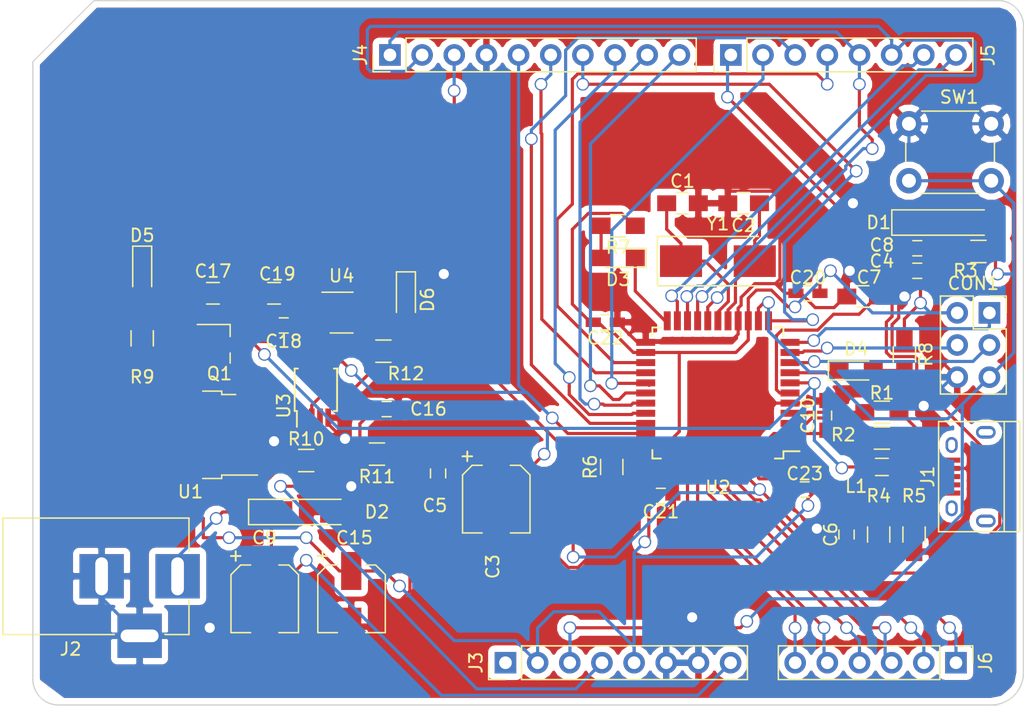
<source format=kicad_pcb>
(kicad_pcb (version 4) (host pcbnew 4.0.7)
  (layers (0 F.Cu signal) (31 B.Cu signal) (34 B.Paste user) (35 F.Paste user) (36 B.SilkS user) (37 F.SilkS user) (38 B.Mask user) (39 F.Mask user) (44 Edge.Cuts user))
  (net 0 "")
  (net 1 "Net-(C1-Pad1)")
  (net 2 GND)
  (net 3 "Net-(C2-Pad1)")
  (net 4 /VUSB)
  (net 5 +5V)
  (net 6 /AREF)
  (net 7 "Net-(C7-Pad2)")
  (net 8 /VIN)
  (net 9 "Net-(C16-Pad1)")
  (net 10 +3V3)
  (net 11 /MISO)
  (net 12 /SCK)
  (net 13 /MOSI)
  (net 14 /TXLED)
  (net 15 "Net-(D3-Pad2)")
  (net 16 /RXLED)
  (net 17 "Net-(D4-Pad2)")
  (net 18 "Net-(D5-Pad2)")
  (net 19 "Net-(D6-Pad2)")
  (net 20 "Net-(J1-Pad1)")
  (net 21 "Net-(J1-Pad2)")
  (net 22 "Net-(J1-Pad3)")
  (net 23 "Net-(J1-Pad5)")
  (net 24 "Net-(J3-Pad1)")
  (net 25 /D3/SCL)
  (net 26 /D2/SDA)
  (net 27 /IO13)
  (net 28 /IO12)
  (net 29 /IO11)
  (net 30 /IO10)
  (net 31 /IO9)
  (net 32 /IO8)
  (net 33 /D7)
  (net 34 /D6)
  (net 35 /D5)
  (net 36 /D4)
  (net 37 /D1/TX)
  (net 38 /D0/RX)
  (net 39 /A5)
  (net 40 /A4)
  (net 41 /A3)
  (net 42 /A2)
  (net 43 /A1)
  (net 44 /A0)
  (net 45 "Net-(Q1-Pad2)")
  (net 46 "Net-(R1-Pad1)")
  (net 47 "Net-(R2-Pad1)")
  (net 48 /HWB)
  (net 49 "Net-(R12-Pad1)")
  (net 50 "Net-(U4-Pad4)")
  (net 51 /RST)
  (module Capacitors_SMD:C_0805_HandSoldering (layer F.Cu) (at 185.42 97.028)
    (fp_text reference C1 (at 0 -1.75) (layer F.SilkS))
    (fp_text value 22pF)
    (pad 1 smd rect (at -1.25 0) (size 1.5 1.25) (layers F.Cu F.Paste F.Mask) (net 1 "Net-(C1-Pad1)"))
    (pad 2 smd rect (at 1.25 0) (size 1.5 1.25) (layers F.Cu F.Paste F.Mask) (net 2 GND))
  )
  (module Capacitors_SMD:C_0805_HandSoldering (layer F.Cu) (at 190.246 97.028 180)
    (fp_text reference C2 (at 0 -1.75 180) (layer F.SilkS))
    (fp_text value 22pF)
    (pad 1 smd rect (at -1.25 0 180) (size 1.5 1.25) (layers F.Cu F.Paste F.Mask) (net 3 "Net-(C2-Pad1)"))
    (pad 2 smd rect (at 1.25 0 180) (size 1.5 1.25) (layers F.Cu F.Paste F.Mask) (net 2 GND))
  )
  (module Capacitors_SMD:CP_Elec_5x5.3 (layer F.Cu) (at 170.688 120.396 270)
    (fp_text reference C3 (at 5.334 0.254 270) (layer F.SilkS))
    (fp_text value 10uF)
    (fp_text user + (at -3.38 2.34 270) (layer F.SilkS))
    (pad 1 smd rect (at -2.2 0 90) (size 3 1.6) (layers F.Cu F.Paste F.Mask) (net 4 /VUSB))
    (pad 2 smd rect (at 2.2 0 90) (size 3 1.6) (layers F.Cu F.Paste F.Mask) (net 2 GND))
  )
  (module Capacitors_SMD:C_0603_HandSoldering (layer F.Cu) (at 203.962 102.362)
    (fp_text reference C4 (at -2.794 -0.762) (layer F.SilkS))
    (fp_text value 100nF)
    (pad 1 smd rect (at -0.95 0) (size 1.2 0.75) (layers F.Cu F.Paste F.Mask) (net 5 +5V))
    (pad 2 smd rect (at 0.95 0) (size 1.2 0.75) (layers F.Cu F.Paste F.Mask) (net 2 GND))
  )
  (module Capacitors_SMD:C_0603_HandSoldering (layer F.Cu) (at 166.116 118.364 270)
    (fp_text reference C5 (at 2.54 0.254 360) (layer F.SilkS))
    (fp_text value 100nF)
    (pad 1 smd rect (at -0.95 0 270) (size 1.2 0.75) (layers F.Cu F.Paste F.Mask) (net 4 /VUSB))
    (pad 2 smd rect (at 0.95 0 270) (size 1.2 0.75) (layers F.Cu F.Paste F.Mask) (net 2 GND))
  )
  (module Capacitors_SMD:C_0603_HandSoldering (layer F.Cu) (at 198.374 123.19 90)
    (fp_text reference C6 (at 0 -1.25 90) (layer F.SilkS))
    (fp_text value 100nF)
    (pad 1 smd rect (at -0.95 0 90) (size 1.2 0.75) (layers F.Cu F.Paste F.Mask) (net 6 /AREF))
    (pad 2 smd rect (at 0.95 0 90) (size 1.2 0.75) (layers F.Cu F.Paste F.Mask) (net 2 GND))
  )
  (module Capacitors_SMD:C_0805_HandSoldering (layer F.Cu) (at 199.644 104.394)
    (fp_text reference C7 (at 0.508 -1.524) (layer F.SilkS))
    (fp_text value 1uF)
    (pad 1 smd rect (at -1.25 0) (size 1.5 1.25) (layers F.Cu F.Paste F.Mask) (net 2 GND))
    (pad 2 smd rect (at 1.25 0) (size 1.5 1.25) (layers F.Cu F.Paste F.Mask) (net 7 "Net-(C7-Pad2)"))
  )
  (module Capacitors_SMD:C_0603_HandSoldering (layer F.Cu) (at 203.962 100.584)
    (fp_text reference C8 (at -2.794 -0.254) (layer F.SilkS))
    (fp_text value 100nF)
    (pad 1 smd rect (at -0.95 0) (size 1.2 0.75) (layers F.Cu F.Paste F.Mask) (net 5 +5V))
    (pad 2 smd rect (at 0.95 0) (size 1.2 0.75) (layers F.Cu F.Paste F.Mask) (net 2 GND))
  )
  (module Capacitors_SMD:CP_Elec_5x5.3 (layer F.Cu) (at 152.4 128.27 270)
    (fp_text reference C9 (at -4.826 0 360) (layer F.SilkS))
    (fp_text value 10uF)
    (fp_text user + (at -3.38 2.34 270) (layer F.SilkS))
    (pad 1 smd rect (at -2.2 0 90) (size 3 1.6) (layers F.Cu F.Paste F.Mask) (net 8 /VIN))
    (pad 2 smd rect (at 2.2 0 90) (size 3 1.6) (layers F.Cu F.Paste F.Mask) (net 2 GND))
  )
  (module Capacitors_SMD:C_0603_HandSoldering (layer F.Cu) (at 196.596 113.792 90)
    (fp_text reference C10 (at 0 -1.27 90) (layer F.SilkS))
    (fp_text value 100nF)
    (pad 1 smd rect (at -1.162 0 90) (size 1.2 0.75) (layers F.Cu F.Paste F.Mask) (net 5 +5V))
    (pad 2 smd rect (at 1.184 0 90) (size 1.2 0.75) (layers F.Cu F.Paste F.Mask) (net 2 GND))
  )
  (module Capacitors_SMD:CP_Elec_5x5.3 (layer F.Cu) (at 159.258 128.27 270)
    (fp_text reference C15 (at -4.826 -0.254 360) (layer F.SilkS))
    (fp_text value 10uF)
    (fp_text user + (at -3.38 2.34 270) (layer F.SilkS))
    (pad 1 smd rect (at -2.2 0 90) (size 3 1.6) (layers F.Cu F.Paste F.Mask) (net 5 +5V))
    (pad 2 smd rect (at 2.2 0 90) (size 3 1.6) (layers F.Cu F.Paste F.Mask) (net 2 GND))
  )
  (module Capacitors_SMD:C_0603_HandSoldering (layer F.Cu) (at 162.052 113.284)
    (fp_text reference C16 (at 3.302 0) (layer F.SilkS))
    (fp_text value 100nF)
    (pad 1 smd rect (at -0.95 0) (size 1.2 0.75) (layers F.Cu F.Paste F.Mask) (net 9 "Net-(C16-Pad1)"))
    (pad 2 smd rect (at 0.95 0) (size 1.2 0.75) (layers F.Cu F.Paste F.Mask) (net 2 GND))
  )
  (module Capacitors_SMD:C_0805_HandSoldering (layer F.Cu) (at 148.336 104.14)
    (fp_text reference C17 (at 0 -1.75) (layer F.SilkS))
    (fp_text value 1uF)
    (pad 1 smd rect (at -1.25 0) (size 1.5 1.25) (layers F.Cu F.Paste F.Mask) (net 5 +5V))
    (pad 2 smd rect (at 1.25 0) (size 1.5 1.25) (layers F.Cu F.Paste F.Mask) (net 2 GND))
  )
  (module Capacitors_SMD:C_0603_HandSoldering (layer F.Cu) (at 153.924 106.68 180)
    (fp_text reference C18 (at 0 -1.25 180) (layer F.SilkS))
    (fp_text value 100nF)
    (pad 1 smd rect (at -0.95 0 180) (size 1.2 0.75) (layers F.Cu F.Paste F.Mask) (net 5 +5V))
    (pad 2 smd rect (at 0.95 0 180) (size 1.2 0.75) (layers F.Cu F.Paste F.Mask) (net 2 GND))
  )
  (module Capacitors_SMD:C_0805_HandSoldering (layer F.Cu) (at 153.162 104.14 180)
    (fp_text reference C19 (at -0.254 1.524 180) (layer F.SilkS))
    (fp_text value 1uF)
    (pad 1 smd rect (at -1.25 0 180) (size 1.5 1.25) (layers F.Cu F.Paste F.Mask) (net 2 GND))
    (pad 2 smd rect (at 1.25 0 180) (size 1.5 1.25) (layers F.Cu F.Paste F.Mask) (net 10 +3V3))
  )
  (module Capacitors_SMD:C_0603_HandSoldering (layer F.Cu) (at 195.326 104.14)
    (fp_text reference C20 (at 0 -1.25) (layer F.SilkS))
    (fp_text value 100nF)
    (pad 1 smd rect (at -0.95 0) (size 1.2 0.75) (layers F.Cu F.Paste F.Mask) (net 2 GND))
    (pad 2 smd rect (at 0.95 0) (size 1.2 0.75) (layers F.Cu F.Paste F.Mask) (net 5 +5V))
  )
  (module Capacitors_SMD:C_0603_HandSoldering (layer F.Cu) (at 183.708 120.142 180)
    (fp_text reference C21 (at 0 -1.25 180) (layer F.SilkS))
    (fp_text value 100nF)
    (pad 1 smd rect (at -0.95 0 180) (size 1.2 0.75) (layers F.Cu F.Paste F.Mask) (net 2 GND))
    (pad 2 smd rect (at 0.95 0 180) (size 1.2 0.75) (layers F.Cu F.Paste F.Mask) (net 5 +5V))
  )
  (module Capacitors_SMD:C_0603_HandSoldering (layer F.Cu) (at 179.324 106.426 180)
    (fp_text reference C22 (at 0 -1.25 180) (layer F.SilkS))
    (fp_text value 100nF)
    (pad 1 smd rect (at -0.95 0 180) (size 1.2 0.75) (layers F.Cu F.Paste F.Mask) (net 2 GND))
    (pad 2 smd rect (at 0.95 0 180) (size 1.2 0.75) (layers F.Cu F.Paste F.Mask) (net 5 +5V))
  )
  (module Capacitors_SMD:C_0603_HandSoldering (layer F.Cu) (at 195.072 119.634)
    (fp_text reference C23 (at 0 -1.25) (layer F.SilkS))
    (fp_text value 100nF)
    (pad 1 smd rect (at -0.95 0) (size 1.2 0.75) (layers F.Cu F.Paste F.Mask) (net 2 GND))
    (pad 2 smd rect (at 0.95 0) (size 1.2 0.75) (layers F.Cu F.Paste F.Mask) (net 5 +5V))
  )
  (module Socket_Strips:Socket_Strip_Straight_2x03_Pitch2.54mm (layer F.Cu) (at 209.658 105.686)
    (fp_text reference CON1 (at -1.27 -2.33) (layer F.SilkS))
    (fp_text value ICSP)
    (pad 1 thru_hole rect (at 0 0) (size 1.7 1.7) (drill 1) (layers *.Cu *.Mask) (net 11 /MISO))
    (pad 2 thru_hole oval (at -2.54 0) (size 1.7 1.7) (drill 1) (layers *.Cu *.Mask) (net 5 +5V))
    (pad 3 thru_hole oval (at 0 2.54) (size 1.7 1.7) (drill 1) (layers *.Cu *.Mask) (net 12 /SCK))
    (pad 4 thru_hole oval (at -2.54 2.54) (size 1.7 1.7) (drill 1) (layers *.Cu *.Mask) (net 13 /MOSI))
    (pad 5 thru_hole oval (at 0 5.08) (size 1.7 1.7) (drill 1) (layers *.Cu *.Mask) (net 51 /RST))
    (pad 6 thru_hole oval (at -2.54 5.08) (size 1.7 1.7) (drill 1) (layers *.Cu *.Mask) (net 2 GND))
  )
  (module Diodes_SMD:D_MiniMELF_Handsoldering (layer F.Cu) (at 206.502 98.552)
    (fp_text reference D1 (at -5.588 0) (layer F.SilkS))
    (fp_text value D)
    (pad 1 smd rect (at -2.75 0) (size 3.3 1.7) (layers F.Cu F.Paste F.Mask) (net 5 +5V))
    (pad 2 smd rect (at 2.75 0) (size 3.3 1.7) (layers F.Cu F.Paste F.Mask) (net 51 /RST))
  )
  (module Diodes_SMD:D_MiniMELF_Handsoldering (layer F.Cu) (at 155.702 121.412)
    (fp_text reference D2 (at 5.588 0) (layer F.SilkS))
    (fp_text value D)
    (pad 1 smd rect (at -2.75 0) (size 3.3 1.7) (layers F.Cu F.Paste F.Mask) (net 8 /VIN))
    (pad 2 smd rect (at 2.75 0) (size 3.3 1.7) (layers F.Cu F.Paste F.Mask) (net 2 GND))
  )
  (module LEDs:LED_0805_HandSoldering (layer F.Cu) (at 180.34 101.346 180)
    (fp_text reference D3 (at 0 -1.7 180) (layer F.SilkS))
    (fp_text value TX)
    (pad 1 smd rect (at -1.35 0 180) (size 1.5 1.3) (layers F.Cu F.Paste F.Mask) (net 14 /TXLED))
    (pad 2 smd rect (at 1.35 0 180) (size 1.5 1.3) (layers F.Cu F.Paste F.Mask) (net 15 "Net-(D3-Pad2)"))
  )
  (module LEDs:LED_0805_HandSoldering (layer F.Cu) (at 199.136 110.236)
    (fp_text reference D4 (at 0 -1.7) (layer F.SilkS))
    (fp_text value RX)
    (pad 1 smd rect (at -1.35 0) (size 1.5 1.3) (layers F.Cu F.Paste F.Mask) (net 16 /RXLED))
    (pad 2 smd rect (at 1.35 0) (size 1.5 1.3) (layers F.Cu F.Paste F.Mask) (net 17 "Net-(D4-Pad2)"))
  )
  (module LEDs:LED_0805_HandSoldering (layer F.Cu) (at 142.748 102.616 270)
    (fp_text reference D5 (at -3.048 0 360) (layer F.SilkS))
    (fp_text value ON)
    (pad 1 smd rect (at -1.35 0 270) (size 1.5 1.3) (layers F.Cu F.Paste F.Mask) (net 2 GND))
    (pad 2 smd rect (at 1.35 0 270) (size 1.5 1.3) (layers F.Cu F.Paste F.Mask) (net 18 "Net-(D5-Pad2)"))
  )
  (module LEDs:LED_0805_HandSoldering (layer F.Cu) (at 163.576 104.648 270)
    (fp_text reference D6 (at 0 -1.7 270) (layer F.SilkS))
    (fp_text value L)
    (pad 1 smd rect (at -1.35 0 270) (size 1.5 1.3) (layers F.Cu F.Paste F.Mask) (net 2 GND))
    (pad 2 smd rect (at 1.35 0 270) (size 1.5 1.3) (layers F.Cu F.Paste F.Mask) (net 19 "Net-(D6-Pad2)"))
  )
  (module Connectors:USB_Micro-B (layer F.Cu) (at 208.026 118.618 90)
    (fp_text reference J1 (at 0 -3.24 90) (layer F.SilkS))
    (fp_text value USB_A)
    (pad 1 smd rect (at -1.3 -1.35 180) (size 1.35 0.4) (layers F.Cu F.Paste F.Mask) (net 20 "Net-(J1-Pad1)"))
    (pad 2 smd rect (at -0.65 -1.35 180) (size 1.35 0.4) (layers F.Cu F.Paste F.Mask) (net 21 "Net-(J1-Pad2)"))
    (pad 3 smd rect (at 0 -1.35 180) (size 1.35 0.4) (layers F.Cu F.Paste F.Mask) (net 22 "Net-(J1-Pad3)"))
    (pad 4 smd rect (at 0.65 -1.35 180) (size 1.35 0.4) (layers F.Cu F.Paste F.Mask) (net 2 GND))
    (pad 5 smd rect (at 1.3 -1.35 180) (size 1.35 0.4) (layers F.Cu F.Paste F.Mask) (net 23 "Net-(J1-Pad5)"))
    (pad 6 thru_hole oval (at -2.5 -1.35 180) (size 0.95 1.25) (drill oval 0.55 0.85) (layers *.Cu *.Mask))
    (pad 6 thru_hole oval (at 2.5 -1.35 180) (size 0.95 1.25) (drill oval 0.55 0.85) (layers *.Cu *.Mask))
    (pad 6 thru_hole oval (at -3.5 1.35 180) (size 1.55 1) (drill oval 1.15 0.5) (layers *.Cu *.Mask))
    (pad 6 thru_hole oval (at 3.5 1.35 180) (size 1.55 1) (drill oval 1.15 0.5) (layers *.Cu *.Mask))
  )
  (module Connectors:BARREL_JACK (layer F.Cu) (at 145.542 126.492)
    (fp_text reference J2 (at -8.45 5.75 180) (layer F.SilkS))
    (fp_text value Barrel_Jack)
    (pad 1 thru_hole rect (at 0 0) (size 3.5 3.5) (drill oval 1 3) (layers *.Cu *.Mask) (net 8 /VIN))
    (pad 2 thru_hole rect (at -6 0) (size 3.5 3.5) (drill oval 1 3) (layers *.Cu *.Mask) (net 2 GND))
    (pad 3 thru_hole rect (at -3 4.7) (size 3.5 3.5) (drill oval 3 1) (layers *.Cu *.Mask) (net 2 GND))
  )
  (module Socket_Strips:Socket_Strip_Straight_1x08_Pitch2.54mm (layer F.Cu) (at 171.438 133.316 90)
    (fp_text reference J3 (at 0 -2.33 90) (layer F.SilkS))
    (fp_text value Power)
    (pad 1 thru_hole rect (at 0 0 90) (size 1.7 1.7) (drill 1) (layers *.Cu *.Mask) (net 24 "Net-(J3-Pad1)"))
    (pad 2 thru_hole oval (at 0 2.54 90) (size 1.7 1.7) (drill 1) (layers *.Cu *.Mask) (net 5 +5V))
    (pad 3 thru_hole oval (at 0 5.08 90) (size 1.7 1.7) (drill 1) (layers *.Cu *.Mask) (net 51 /RST))
    (pad 4 thru_hole oval (at 0 7.62 90) (size 1.7 1.7) (drill 1) (layers *.Cu *.Mask) (net 10 +3V3))
    (pad 5 thru_hole oval (at 0 10.16 90) (size 1.7 1.7) (drill 1) (layers *.Cu *.Mask) (net 5 +5V))
    (pad 6 thru_hole oval (at 0 12.7 90) (size 1.7 1.7) (drill 1) (layers *.Cu *.Mask) (net 2 GND))
    (pad 7 thru_hole oval (at 0 15.24 90) (size 1.7 1.7) (drill 1) (layers *.Cu *.Mask) (net 2 GND))
    (pad 8 thru_hole oval (at 0 17.78 90) (size 1.7 1.7) (drill 1) (layers *.Cu *.Mask) (net 8 /VIN))
  )
  (module Socket_Strips:Socket_Strip_Straight_1x10_Pitch2.54mm (layer F.Cu) (at 162.314 85.316 90)
    (fp_text reference J4 (at 0 -2.33 90) (layer F.SilkS))
    (fp_text value Digital)
    (pad 1 thru_hole rect (at 0 0 90) (size 1.7 1.7) (drill 1) (layers *.Cu *.Mask) (net 25 /D3/SCL))
    (pad 2 thru_hole oval (at 0 2.54 90) (size 1.7 1.7) (drill 1) (layers *.Cu *.Mask) (net 26 /D2/SDA))
    (pad 3 thru_hole oval (at 0 5.08 90) (size 1.7 1.7) (drill 1) (layers *.Cu *.Mask) (net 6 /AREF))
    (pad 4 thru_hole oval (at 0 7.62 90) (size 1.7 1.7) (drill 1) (layers *.Cu *.Mask) (net 2 GND))
    (pad 5 thru_hole oval (at 0 10.16 90) (size 1.7 1.7) (drill 1) (layers *.Cu *.Mask) (net 27 /IO13))
    (pad 6 thru_hole oval (at 0 12.7 90) (size 1.7 1.7) (drill 1) (layers *.Cu *.Mask) (net 28 /IO12))
    (pad 7 thru_hole oval (at 0 15.24 90) (size 1.7 1.7) (drill 1) (layers *.Cu *.Mask) (net 29 /IO11))
    (pad 8 thru_hole oval (at 0 17.78 90) (size 1.7 1.7) (drill 1) (layers *.Cu *.Mask) (net 30 /IO10))
    (pad 9 thru_hole oval (at 0 20.32 90) (size 1.7 1.7) (drill 1) (layers *.Cu *.Mask) (net 31 /IO9))
    (pad 10 thru_hole oval (at 0 22.86 90) (size 1.7 1.7) (drill 1) (layers *.Cu *.Mask) (net 32 /IO8))
  )
  (module Socket_Strips:Socket_Strip_Straight_1x08_Pitch2.54mm (layer F.Cu) (at 189.238 85.316 90)
    (fp_text reference J5 (at -0.028 20.312 90) (layer F.SilkS))
    (fp_text value Digital)
    (pad 1 thru_hole rect (at 0 0 90) (size 1.7 1.7) (drill 1) (layers *.Cu *.Mask) (net 33 /D7))
    (pad 2 thru_hole oval (at 0 2.54 90) (size 1.7 1.7) (drill 1) (layers *.Cu *.Mask) (net 34 /D6))
    (pad 3 thru_hole oval (at 0 5.08 90) (size 1.7 1.7) (drill 1) (layers *.Cu *.Mask) (net 35 /D5))
    (pad 4 thru_hole oval (at 0 7.62 90) (size 1.7 1.7) (drill 1) (layers *.Cu *.Mask) (net 36 /D4))
    (pad 5 thru_hole oval (at 0 10.16 90) (size 1.7 1.7) (drill 1) (layers *.Cu *.Mask) (net 25 /D3/SCL))
    (pad 6 thru_hole oval (at 0 12.7 90) (size 1.7 1.7) (drill 1) (layers *.Cu *.Mask) (net 26 /D2/SDA))
    (pad 7 thru_hole oval (at 0 15.24 90) (size 1.7 1.7) (drill 1) (layers *.Cu *.Mask) (net 37 /D1/TX))
    (pad 8 thru_hole oval (at 0 17.78 90) (size 1.7 1.7) (drill 1) (layers *.Cu *.Mask) (net 38 /D0/RX))
  )
  (module Socket_Strips:Socket_Strip_Straight_1x06_Pitch2.54mm (layer F.Cu) (at 207.018 133.316 270)
    (fp_text reference J6 (at 0 -2.33 270) (layer F.SilkS))
    (fp_text value Analog)
    (pad 1 thru_hole rect (at 0 0 270) (size 1.7 1.7) (drill 1) (layers *.Cu *.Mask) (net 39 /A5))
    (pad 2 thru_hole oval (at 0 2.54 270) (size 1.7 1.7) (drill 1) (layers *.Cu *.Mask) (net 40 /A4))
    (pad 3 thru_hole oval (at 0 5.08 270) (size 1.7 1.7) (drill 1) (layers *.Cu *.Mask) (net 41 /A3))
    (pad 4 thru_hole oval (at 0 7.62 270) (size 1.7 1.7) (drill 1) (layers *.Cu *.Mask) (net 42 /A2))
    (pad 5 thru_hole oval (at 0 10.16 270) (size 1.7 1.7) (drill 1) (layers *.Cu *.Mask) (net 43 /A1))
    (pad 6 thru_hole oval (at 0 12.7 270) (size 1.7 1.7) (drill 1) (layers *.Cu *.Mask) (net 44 /A0))
  )
  (module Inductors_SMD:L_0603_HandSoldering (layer F.Cu) (at 201.168 117.856)
    (fp_text reference L1 (at -2.032 1.524) (layer F.SilkS))
    (fp_text value Ferrite_Bead)
    (pad 1 smd rect (at -1.1 0) (size 1.2 0.9) (layers F.Cu F.Paste F.Mask) (net 4 /VUSB))
    (pad 2 smd rect (at 1.1 0) (size 1.2 0.9) (layers F.Cu F.Paste F.Mask) (net 20 "Net-(J1-Pad1)"))
  )
  (module TO_SOT_Packages_SMD:SuperSOT-3 (layer F.Cu) (at 148.844 108.204)
    (fp_text reference Q1 (at 0 2.286) (layer F.SilkS))
    (fp_text value FDN340P)
    (pad 1 smd rect (at -1.384 -0.95) (size 2.2 1) (layers F.Cu F.Paste F.Mask) (net 5 +5V))
    (pad 2 smd rect (at -1.384 0.95) (size 2.2 1) (layers F.Cu F.Paste F.Mask) (net 45 "Net-(Q1-Pad2)"))
    (pad 3 smd rect (at 1.516 0) (size 2.2 1) (layers F.Cu F.Paste F.Mask) (net 4 /VUSB))
  )
  (module Resistors_SMD:R_0805_HandSoldering (layer F.Cu) (at 201.168 113.538)
    (fp_text reference R1 (at 0 -1.524) (layer F.SilkS))
    (fp_text value 22)
    (pad 1 smd rect (at -1.35 0) (size 1.5 1.3) (layers F.Cu F.Paste F.Mask) (net 46 "Net-(R1-Pad1)"))
    (pad 2 smd rect (at 1.35 0) (size 1.5 1.3) (layers F.Cu F.Paste F.Mask) (net 22 "Net-(J1-Pad3)"))
  )
  (module Resistors_SMD:R_0805_HandSoldering (layer F.Cu) (at 201.168 115.57)
    (fp_text reference R2 (at -3.048 -0.254) (layer F.SilkS))
    (fp_text value 22)
    (pad 1 smd rect (at -1.35 0) (size 1.5 1.3) (layers F.Cu F.Paste F.Mask) (net 47 "Net-(R2-Pad1)"))
    (pad 2 smd rect (at 1.35 0) (size 1.5 1.3) (layers F.Cu F.Paste F.Mask) (net 21 "Net-(J1-Pad2)"))
  )
  (module Resistors_SMD:R_0805_HandSoldering (layer F.Cu) (at 208.788 100.838)
    (fp_text reference R3 (at -1.016 1.524) (layer F.SilkS))
    (fp_text value 10K)
    (pad 1 smd rect (at -1.35 0) (size 1.5 1.3) (layers F.Cu F.Paste F.Mask) (net 5 +5V))
    (pad 2 smd rect (at 1.35 0) (size 1.5 1.3) (layers F.Cu F.Paste F.Mask) (net 51 /RST))
  )
  (module Resistors_SMD:R_0805_HandSoldering (layer F.Cu) (at 200.914 123.19 90)
    (fp_text reference R4 (at 3.048 0 180) (layer F.SilkS))
    (fp_text value R)
    (pad 1 smd rect (at -1.35 0 90) (size 1.5 1.3) (layers F.Cu F.Paste F.Mask) (net 2 GND))
    (pad 2 smd rect (at 1.35 0 90) (size 1.5 1.3) (layers F.Cu F.Paste F.Mask) (net 2 GND))
  )
  (module Resistors_SMD:R_0805_HandSoldering (layer F.Cu) (at 203.708 123.19 90)
    (fp_text reference R5 (at 3.048 0 180) (layer F.SilkS))
    (fp_text value R)
    (pad 1 smd rect (at -1.35 0 90) (size 1.5 1.3) (layers F.Cu F.Paste F.Mask) (net 2 GND))
    (pad 2 smd rect (at 1.35 0 90) (size 1.5 1.3) (layers F.Cu F.Paste F.Mask) (net 2 GND))
  )
  (module Resistors_SMD:R_0805_HandSoldering (layer F.Cu) (at 179.832 117.856 90)
    (fp_text reference R6 (at 0 -1.7 90) (layer F.SilkS))
    (fp_text value 10K)
    (pad 1 smd rect (at -1.35 0 90) (size 1.5 1.3) (layers F.Cu F.Paste F.Mask) (net 2 GND))
    (pad 2 smd rect (at 1.35 0 90) (size 1.5 1.3) (layers F.Cu F.Paste F.Mask) (net 48 /HWB))
  )
  (module Resistors_SMD:R_0805_HandSoldering (layer F.Cu) (at 180.34 98.806 180)
    (fp_text reference R7 (at 0 -1.7 180) (layer F.SilkS))
    (fp_text value 1K)
    (pad 1 smd rect (at -1.35 0 180) (size 1.5 1.3) (layers F.Cu F.Paste F.Mask) (net 5 +5V))
    (pad 2 smd rect (at 1.35 0 180) (size 1.5 1.3) (layers F.Cu F.Paste F.Mask) (net 15 "Net-(D3-Pad2)"))
  )
  (module Resistors_SMD:R_0805_HandSoldering (layer F.Cu) (at 202.946 108.966 270)
    (fp_text reference R8 (at 0 -1.7 270) (layer F.SilkS))
    (fp_text value 1K)
    (pad 1 smd rect (at -1.35 0 270) (size 1.5 1.3) (layers F.Cu F.Paste F.Mask) (net 5 +5V))
    (pad 2 smd rect (at 1.35 0 270) (size 1.5 1.3) (layers F.Cu F.Paste F.Mask) (net 17 "Net-(D4-Pad2)"))
  )
  (module Resistors_SMD:R_0805_HandSoldering (layer F.Cu) (at 142.748 107.696 90)
    (fp_text reference R9 (at -3.048 0 180) (layer F.SilkS))
    (fp_text value 1K)
    (pad 1 smd rect (at -1.35 0 90) (size 1.5 1.3) (layers F.Cu F.Paste F.Mask) (net 5 +5V))
    (pad 2 smd rect (at 1.35 0 90) (size 1.5 1.3) (layers F.Cu F.Paste F.Mask) (net 18 "Net-(D5-Pad2)"))
  )
  (module Resistors_SMD:R_0805_HandSoldering (layer F.Cu) (at 155.702 117.348)
    (fp_text reference R10 (at 0 -1.7) (layer F.SilkS))
    (fp_text value 10K)
    (pad 1 smd rect (at -1.35 0) (size 1.5 1.3) (layers F.Cu F.Paste F.Mask) (net 8 /VIN))
    (pad 2 smd rect (at 1.35 0) (size 1.5 1.3) (layers F.Cu F.Paste F.Mask) (net 9 "Net-(C16-Pad1)"))
  )
  (module Resistors_SMD:R_0805_HandSoldering (layer F.Cu) (at 161.29 116.84)
    (fp_text reference R11 (at 0 1.778) (layer F.SilkS))
    (fp_text value 10K)
    (pad 1 smd rect (at -1.35 0) (size 1.5 1.3) (layers F.Cu F.Paste F.Mask) (net 9 "Net-(C16-Pad1)"))
    (pad 2 smd rect (at 1.35 0) (size 1.5 1.3) (layers F.Cu F.Paste F.Mask) (net 2 GND))
  )
  (module Resistors_SMD:R_0805_HandSoldering (layer F.Cu) (at 161.798 108.712)
    (fp_text reference R12 (at 1.778 1.778) (layer F.SilkS))
    (fp_text value 1K)
    (pad 1 smd rect (at -1.35 0) (size 1.5 1.3) (layers F.Cu F.Paste F.Mask) (net 49 "Net-(R12-Pad1)"))
    (pad 2 smd rect (at 1.35 0) (size 1.5 1.3) (layers F.Cu F.Paste F.Mask) (net 19 "Net-(D6-Pad2)"))
  )
  (module Buttons_Switches_THT:SW_PUSH_6mm_h4.3mm (layer F.Cu) (at 209.804 95.25 180)
    (fp_text reference SW1 (at 2.54 6.604 180) (layer F.SilkS))
    (fp_text value SW_Push_Dual)
    (pad 2 thru_hole circle (at 0 4.5 270) (size 2 2) (drill 1.1) (layers *.Cu *.Mask) (net 2 GND))
    (pad 1 thru_hole circle (at 0 0 270) (size 2 2) (drill 1.1) (layers *.Cu *.Mask) (net 51 /RST))
    (pad 2 thru_hole circle (at 6.5 4.5 270) (size 2 2) (drill 1.1) (layers *.Cu *.Mask) (net 2 GND))
    (pad 1 thru_hole circle (at 6.5 0 270) (size 2 2) (drill 1.1) (layers *.Cu *.Mask) (net 51 /RST))
  )
  (module TO_SOT_Packages_SMD:TO-252-3_TabPin2 (layer F.Cu) (at 146.558 115.316 180)
    (fp_text reference U1 (at 0 -4.5 180) (layer F.SilkS))
    (fp_text value NCP1117-12_TO252)
    (pad 1 smd rect (at -4.2 -2.28 180) (size 2.2 1.2) (layers F.Cu F.Paste F.Mask) (net 2 GND))
    (pad 2 smd rect (at -4.2 0 180) (size 2.2 1.2) (layers F.Cu F.Paste F.Mask) (net 5 +5V))
    (pad 3 smd rect (at -4.2 2.28 180) (size 2.2 1.2) (layers F.Cu F.Paste F.Mask) (net 8 /VIN))
    (pad 2 smd rect (at 2.1 0 180) (size 6.4 5.8) (layers F.Cu F.Mask) (net 5 +5V))
    (pad 2 smd rect (at 3.775 1.525 180) (size 3.05 2.75) (layers F.Cu F.Paste) (net 5 +5V))
    (pad 2 smd rect (at 0.425 -1.525 180) (size 3.05 2.75) (layers F.Cu F.Paste) (net 5 +5V))
    (pad 2 smd rect (at 3.775 -1.525 180) (size 3.05 2.75) (layers F.Cu F.Paste) (net 5 +5V))
    (pad 2 smd rect (at 0.425 1.525 180) (size 3.05 2.75) (layers F.Cu F.Paste) (net 5 +5V))
  )
  (module Housings_QFP:TQFP-44_10x10mm_Pitch0.8mm (layer F.Cu) (at 188.214 112.014 180)
    (fp_text reference U2 (at 0 -7.45 180) (layer F.SilkS))
    (fp_text value ATMEGA32U4-AU)
    (pad 1 smd rect (at -5.7 -4 180) (size 1.5 0.55) (layers F.Cu F.Paste F.Mask) (net 33 /D7))
    (pad 2 smd rect (at -5.7 -3.2 180) (size 1.5 0.55) (layers F.Cu F.Paste F.Mask) (net 5 +5V))
    (pad 3 smd rect (at -5.7 -2.4 180) (size 1.5 0.55) (layers F.Cu F.Paste F.Mask) (net 47 "Net-(R2-Pad1)"))
    (pad 4 smd rect (at -5.7 -1.6 180) (size 1.5 0.55) (layers F.Cu F.Paste F.Mask) (net 46 "Net-(R1-Pad1)"))
    (pad 5 smd rect (at -5.7 -0.8 180) (size 1.5 0.55) (layers F.Cu F.Paste F.Mask) (net 2 GND))
    (pad 6 smd rect (at -5.7 0 180) (size 1.5 0.55) (layers F.Cu F.Paste F.Mask) (net 7 "Net-(C7-Pad2)"))
    (pad 7 smd rect (at -5.7 0.8 180) (size 1.5 0.55) (layers F.Cu F.Paste F.Mask) (net 4 /VUSB))
    (pad 8 smd rect (at -5.7 1.6 180) (size 1.5 0.55) (layers F.Cu F.Paste F.Mask) (net 16 /RXLED))
    (pad 9 smd rect (at -5.7 2.4 180) (size 1.5 0.55) (layers F.Cu F.Paste F.Mask) (net 12 /SCK))
    (pad 10 smd rect (at -5.7 3.2 180) (size 1.5 0.55) (layers F.Cu F.Paste F.Mask) (net 13 /MOSI))
    (pad 11 smd rect (at -5.7 4 180) (size 1.5 0.55) (layers F.Cu F.Paste F.Mask) (net 11 /MISO))
    (pad 12 smd rect (at -4 5.7 270) (size 1.5 0.55) (layers F.Cu F.Paste F.Mask) (net 29 /IO11))
    (pad 13 smd rect (at -3.2 5.7 270) (size 1.5 0.55) (layers F.Cu F.Paste F.Mask) (net 51 /RST))
    (pad 14 smd rect (at -2.4 5.7 270) (size 1.5 0.55) (layers F.Cu F.Paste F.Mask) (net 5 +5V))
    (pad 15 smd rect (at -1.6 5.7 270) (size 1.5 0.55) (layers F.Cu F.Paste F.Mask) (net 2 GND))
    (pad 16 smd rect (at -0.8 5.7 270) (size 1.5 0.55) (layers F.Cu F.Paste F.Mask) (net 3 "Net-(C2-Pad1)"))
    (pad 17 smd rect (at 0 5.7 270) (size 1.5 0.55) (layers F.Cu F.Paste F.Mask) (net 1 "Net-(C1-Pad1)"))
    (pad 18 smd rect (at 0.8 5.7 270) (size 1.5 0.55) (layers F.Cu F.Paste F.Mask) (net 25 /D3/SCL))
    (pad 19 smd rect (at 1.6 5.7 270) (size 1.5 0.55) (layers F.Cu F.Paste F.Mask) (net 26 /D2/SDA))
    (pad 20 smd rect (at 2.4 5.7 270) (size 1.5 0.55) (layers F.Cu F.Paste F.Mask) (net 38 /D0/RX))
    (pad 21 smd rect (at 3.2 5.7 270) (size 1.5 0.55) (layers F.Cu F.Paste F.Mask) (net 37 /D1/TX))
    (pad 22 smd rect (at 4 5.7 270) (size 1.5 0.55) (layers F.Cu F.Paste F.Mask) (net 14 /TXLED))
    (pad 23 smd rect (at 5.7 4 180) (size 1.5 0.55) (layers F.Cu F.Paste F.Mask) (net 2 GND))
    (pad 24 smd rect (at 5.7 3.2 180) (size 1.5 0.55) (layers F.Cu F.Paste F.Mask) (net 5 +5V))
    (pad 25 smd rect (at 5.7 2.4 180) (size 1.5 0.55) (layers F.Cu F.Paste F.Mask) (net 36 /D4))
    (pad 26 smd rect (at 5.7 1.6 180) (size 1.5 0.55) (layers F.Cu F.Paste F.Mask) (net 28 /IO12))
    (pad 27 smd rect (at 5.7 0.8 180) (size 1.5 0.55) (layers F.Cu F.Paste F.Mask) (net 34 /D6))
    (pad 28 smd rect (at 5.7 0 180) (size 1.5 0.55) (layers F.Cu F.Paste F.Mask) (net 32 /IO8))
    (pad 29 smd rect (at 5.7 -0.8 180) (size 1.5 0.55) (layers F.Cu F.Paste F.Mask) (net 31 /IO9))
    (pad 30 smd rect (at 5.7 -1.6 180) (size 1.5 0.55) (layers F.Cu F.Paste F.Mask) (net 30 /IO10))
    (pad 31 smd rect (at 5.7 -2.4 180) (size 1.5 0.55) (layers F.Cu F.Paste F.Mask) (net 35 /D5))
    (pad 32 smd rect (at 5.7 -3.2 180) (size 1.5 0.55) (layers F.Cu F.Paste F.Mask) (net 27 /IO13))
    (pad 33 smd rect (at 5.7 -4 180) (size 1.5 0.55) (layers F.Cu F.Paste F.Mask) (net 48 /HWB))
    (pad 34 smd rect (at 4 -5.7 270) (size 1.5 0.55) (layers F.Cu F.Paste F.Mask) (net 5 +5V))
    (pad 35 smd rect (at 3.2 -5.7 270) (size 1.5 0.55) (layers F.Cu F.Paste F.Mask) (net 2 GND))
    (pad 36 smd rect (at 2.4 -5.7 270) (size 1.5 0.55) (layers F.Cu F.Paste F.Mask) (net 44 /A0))
    (pad 37 smd rect (at 1.6 -5.7 270) (size 1.5 0.55) (layers F.Cu F.Paste F.Mask) (net 43 /A1))
    (pad 38 smd rect (at 0.8 -5.7 270) (size 1.5 0.55) (layers F.Cu F.Paste F.Mask) (net 42 /A2))
    (pad 39 smd rect (at 0 -5.7 270) (size 1.5 0.55) (layers F.Cu F.Paste F.Mask) (net 41 /A3))
    (pad 40 smd rect (at -0.8 -5.7 270) (size 1.5 0.55) (layers F.Cu F.Paste F.Mask) (net 40 /A4))
    (pad 41 smd rect (at -1.6 -5.7 270) (size 1.5 0.55) (layers F.Cu F.Paste F.Mask) (net 39 /A5))
    (pad 42 smd rect (at -2.4 -5.7 270) (size 1.5 0.55) (layers F.Cu F.Paste F.Mask) (net 6 /AREF))
    (pad 43 smd rect (at -3.2 -5.7 270) (size 1.5 0.55) (layers F.Cu F.Paste F.Mask) (net 2 GND))
    (pad 44 smd rect (at -4 -5.7 270) (size 1.5 0.55) (layers F.Cu F.Paste F.Mask) (net 5 +5V))
  )
  (module Housings_SSOP:MSOP-8_3x3mm_Pitch0.65mm (layer F.Cu) (at 156.464 111.76 90)
    (fp_text reference U3 (at -1.27 -2.54 90) (layer F.SilkS))
    (fp_text value LMV358)
    (pad 1 smd rect (at -2.2 -0.975 90) (size 1.45 0.45) (layers F.Cu F.Paste F.Mask) (net 45 "Net-(Q1-Pad2)"))
    (pad 2 smd rect (at -2.2 -0.325 90) (size 1.45 0.45) (layers F.Cu F.Paste F.Mask) (net 10 +3V3))
    (pad 3 smd rect (at -2.2 0.325 90) (size 1.45 0.45) (layers F.Cu F.Paste F.Mask) (net 9 "Net-(C16-Pad1)"))
    (pad 4 smd rect (at -2.2 0.975 90) (size 1.45 0.45) (layers F.Cu F.Paste F.Mask) (net 2 GND))
    (pad 5 smd rect (at 2.2 0.975 90) (size 1.45 0.45) (layers F.Cu F.Paste F.Mask) (net 27 /IO13))
    (pad 6 smd rect (at 2.2 0.325 90) (size 1.45 0.45) (layers F.Cu F.Paste F.Mask) (net 49 "Net-(R12-Pad1)"))
    (pad 7 smd rect (at 2.2 -0.325 90) (size 1.45 0.45) (layers F.Cu F.Paste F.Mask) (net 49 "Net-(R12-Pad1)"))
    (pad 8 smd rect (at 2.2 -0.975 90) (size 1.45 0.45) (layers F.Cu F.Paste F.Mask) (net 5 +5V))
  )
  (module TO_SOT_Packages_SMD:SOT-23-5 (layer F.Cu) (at 158.496 105.664)
    (fp_text reference U4 (at 0 -2.9) (layer F.SilkS))
    (fp_text value LP2985-3.3)
    (pad 1 smd rect (at -1.338 -0.95) (size 1.65 0.65) (layers F.Cu F.Paste F.Mask) (net 5 +5V))
    (pad 2 smd rect (at -1.338 0) (size 1.65 0.65) (layers F.Cu F.Paste F.Mask) (net 2 GND))
    (pad 3 smd rect (at -1.338 0.95) (size 1.65 0.65) (layers F.Cu F.Paste F.Mask) (net 5 +5V))
    (pad 4 smd rect (at 1.412 0.95) (size 1.65 0.65) (layers F.Cu F.Paste F.Mask) (net 50 "Net-(U4-Pad4)"))
    (pad 5 smd rect (at 1.412 -0.95) (size 1.65 0.65) (layers F.Cu F.Paste F.Mask) (net 10 +3V3))
  )
  (module Crystals:Crystal_SMD_0603-2pin_6.0x3.5mm_HandSoldering (layer F.Cu) (at 188.214 101.6)
    (fp_text reference Y1 (at 0 -2.95) (layer F.SilkS))
    (fp_text value 16MHz)
    (pad 1 smd rect (at -2.9125 0) (size 3.325 2.5) (layers F.Cu F.Paste F.Mask) (net 1 "Net-(C1-Pad1)"))
    (pad 2 smd rect (at 2.9125 0) (size 3.325 2.5) (layers F.Cu F.Paste F.Mask) (net 3 "Net-(C2-Pad1)"))
  )
  (gr_line (start 210.566 81.026) (end 208.026 81.026) (angle 90) (layer Edge.Cuts) (width 0.1))
  (gr_line (start 212.344 85.344) (end 212.344 83.312) (angle 90) (layer Edge.Cuts) (width 0.1))
  (gr_arc (start 210.312 83.058) (end 210.566 81.026) (angle 90) (layer Edge.Cuts) (width 0.1))
  (gr_arc (start 209.804 134.112) (end 212.344 134.112) (angle 90) (layer Edge.Cuts) (width 0.1))
  (gr_line (start 212.344 123.19) (end 212.344 134.112) (angle 90) (layer Edge.Cuts) (width 0.1))
  (gr_line (start 212.344 123.19) (end 212.344 85.344) (angle 90) (layer Edge.Cuts) (width 0.1))
  (gr_line (start 134.112 134.62) (end 134.112 134.366) (angle 90) (layer Edge.Cuts) (width 0.1))
  (gr_line (start 137.16 136.652) (end 136.144 136.652) (angle 90) (layer Edge.Cuts) (width 0.1))
  (gr_arc (start 136.144 134.62) (end 136.144 136.652) (angle 90) (layer Edge.Cuts) (width 0.1))
  (gr_line (start 138.938 81.026) (end 141.986 81.026) (angle 90) (layer Edge.Cuts) (width 0.1))
  (gr_line (start 134.112 85.852) (end 138.938 81.026) (angle 90) (layer Edge.Cuts) (width 0.1))
  (gr_line (start 134.112 134.366) (end 134.112 85.852) (angle 90) (layer Edge.Cuts) (width 0.1))
  (gr_line (start 208.026 81.026) (end 141.732 81.026) (angle 90) (layer Edge.Cuts) (width 0.1))
  (gr_line (start 210.312 136.652) (end 210.058 136.652) (angle 90) (layer Edge.Cuts) (width 0.1))
  (gr_line (start 137.16 136.652) (end 210.312 136.652) (angle 90) (layer Edge.Cuts) (width 0.1))
  (segment (start 188.214 105.615005) (end 189.039002 104.790003) (width 0.25) (layer F.Cu) (net 1))
  (segment (start 188.214 106.314) (end 188.214 105.615005) (width 0.25) (layer F.Cu) (net 1))
  (segment (start 189.039002 104.790003) (end 189.039002 103.425002) (width 0.25) (layer F.Cu) (net 1))
  (segment (start 189.039002 103.425002) (end 187.214 101.6) (width 0.25) (layer F.Cu) (net 1))
  (segment (start 187.214 101.6) (end 185.3015 101.6) (width 0.25) (layer F.Cu) (net 1))
  (segment (start 185.3015 101.6) (end 185.3015 100.2115) (width 0.25) (layer F.Cu) (net 1))
  (segment (start 184.17 99.08) (end 184.17 97.028) (width 0.25) (layer F.Cu) (net 1))
  (segment (start 185.3015 100.2115) (end 184.17 99.08) (width 0.25) (layer F.Cu) (net 1))
  (segment (start 159.86 112.014) (end 162.306 112.014) (width 0.25) (layer F.Cu) (net 2))
  (segment (start 157.914 113.96) (end 159.86 112.014) (width 0.25) (layer F.Cu) (net 2))
  (segment (start 157.439 113.96) (end 157.914 113.96) (width 0.25) (layer F.Cu) (net 2))
  (segment (start 202.946 104.394) (end 200.914 102.362) (width 0.25) (layer B.Cu) (net 2))
  (segment (start 200.914 102.362) (end 198.628 102.362) (width 0.25) (layer B.Cu) (net 2))
  (via (at 202.946 104.394) (size 1) (drill 0.8) (layers F.Cu B.Cu) (net 2))
  (segment (start 207.118 110.766) (end 205.043001 108.691001) (width 0.25) (layer F.Cu) (net 2))
  (segment (start 205.043001 108.691001) (end 202.035999 108.691001) (width 0.25) (layer F.Cu) (net 2))
  (segment (start 202.035999 108.691001) (end 201.970999 108.626001) (width 0.25) (layer F.Cu) (net 2))
  (segment (start 201.970999 108.626001) (end 201.970999 106.605999) (width 0.25) (layer F.Cu) (net 2))
  (segment (start 201.970999 106.605999) (end 202.49599 106.081008) (width 0.25) (layer F.Cu) (net 2))
  (segment (start 202.49599 106.081008) (end 202.49599 104.84401) (width 0.25) (layer F.Cu) (net 2))
  (segment (start 202.49599 104.84401) (end 202.946 104.394) (width 0.25) (layer F.Cu) (net 2))
  (segment (start 185.682001 129.230991) (end 186.182 129.73099) (width 0.25) (layer F.Cu) (net 2))
  (segment (start 184.658 128.20699) (end 185.682001 129.230991) (width 0.25) (layer F.Cu) (net 2))
  (segment (start 184.658 126.492) (end 184.658 128.20699) (width 0.25) (layer F.Cu) (net 2))
  (segment (start 186.182 130.438096) (end 186.182 129.73099) (width 0.25) (layer B.Cu) (net 2))
  (segment (start 186.182 130.568) (end 186.182 130.438096) (width 0.25) (layer B.Cu) (net 2))
  (segment (start 186.678 131.064) (end 186.182 130.568) (width 0.25) (layer B.Cu) (net 2))
  (via (at 186.182 129.73099) (size 1) (drill 0.8) (layers F.Cu B.Cu) (net 2))
  (segment (start 195.529523 122.226782) (end 196.029522 122.726781) (width 0.25) (layer F.Cu) (net 2))
  (segment (start 195.275523 122.226782) (end 195.529523 122.226782) (width 0.25) (layer F.Cu) (net 2))
  (segment (start 194.122 121.073259) (end 195.275523 122.226782) (width 0.25) (layer F.Cu) (net 2))
  (segment (start 194.122 119.634) (end 194.122 121.073259) (width 0.25) (layer F.Cu) (net 2))
  (segment (start 186.678 131.064) (end 187.692303 131.064) (width 0.25) (layer B.Cu) (net 2))
  (segment (start 187.692303 131.064) (end 195.529523 123.22678) (width 0.25) (layer B.Cu) (net 2))
  (segment (start 195.529523 123.22678) (end 196.029522 122.726781) (width 0.25) (layer B.Cu) (net 2))
  (via (at 196.029522 122.726781) (size 1) (drill 0.8) (layers F.Cu B.Cu) (net 2))
  (segment (start 191.414 118.714) (end 191.489001 118.789001) (width 0.25) (layer F.Cu) (net 2))
  (segment (start 191.414 117.714) (end 191.414 118.714) (width 0.25) (layer F.Cu) (net 2))
  (segment (start 192.427001 118.789001) (end 193.272 119.634) (width 0.25) (layer F.Cu) (net 2))
  (segment (start 191.489001 118.789001) (end 192.427001 118.789001) (width 0.25) (layer F.Cu) (net 2))
  (segment (start 193.272 119.634) (end 194.122 119.634) (width 0.25) (layer F.Cu) (net 2))
  (segment (start 179.832 120.206) (end 179.832 119.206) (width 0.25) (layer F.Cu) (net 2))
  (segment (start 179.832 123.141004) (end 179.832 120.206) (width 0.25) (layer F.Cu) (net 2))
  (segment (start 177.180002 125.793002) (end 179.832 123.141004) (width 0.25) (layer F.Cu) (net 2))
  (segment (start 173.190996 122.596) (end 176.387998 125.793002) (width 0.25) (layer F.Cu) (net 2))
  (segment (start 170.688 122.596) (end 173.190996 122.596) (width 0.25) (layer F.Cu) (net 2))
  (segment (start 176.387998 125.793002) (end 177.180002 125.793002) (width 0.25) (layer F.Cu) (net 2))
  (segment (start 166.068991 103.115999) (end 166.56899 102.616) (width 0.25) (layer F.Cu) (net 2))
  (segment (start 165.88699 103.298) (end 166.068991 103.115999) (width 0.25) (layer F.Cu) (net 2))
  (segment (start 163.576 103.298) (end 165.88699 103.298) (width 0.25) (layer F.Cu) (net 2))
  (segment (start 167.068989 102.116001) (end 166.56899 102.616) (width 0.25) (layer B.Cu) (net 2))
  (segment (start 169.934 99.25099) (end 167.068989 102.116001) (width 0.25) (layer B.Cu) (net 2))
  (via (at 166.56899 102.616) (size 1) (drill 0.8) (layers F.Cu B.Cu) (net 2))
  (segment (start 169.934 85.316) (end 169.934 99.25099) (width 0.25) (layer B.Cu) (net 2))
  (segment (start 198.882 97.028) (end 198.882 102.108) (width 0.25) (layer B.Cu) (net 2))
  (segment (start 198.394 102.596) (end 198.394 104.394) (width 0.25) (layer F.Cu) (net 2))
  (segment (start 198.628 102.362) (end 198.394 102.596) (width 0.25) (layer F.Cu) (net 2))
  (via (at 198.628 102.362) (size 1) (drill 0.8) (layers F.Cu B.Cu) (net 2))
  (segment (start 198.882 102.108) (end 198.628 102.362) (width 0.25) (layer B.Cu) (net 2))
  (segment (start 189.814 105.314) (end 190.049991 105.078009) (width 0.25) (layer F.Cu) (net 2))
  (segment (start 190.049991 105.078009) (end 190.049991 104.461599) (width 0.25) (layer F.Cu) (net 2))
  (segment (start 190.049991 104.461599) (end 191.133589 103.378) (width 0.25) (layer F.Cu) (net 2))
  (segment (start 191.133589 103.378) (end 192.764 103.378) (width 0.25) (layer F.Cu) (net 2))
  (segment (start 189.814 106.314) (end 189.814 105.314) (width 0.25) (layer F.Cu) (net 2))
  (segment (start 198.394 104.394) (end 198.269 104.394) (width 0.25) (layer F.Cu) (net 2))
  (segment (start 194.769002 104.14) (end 194.376 104.14) (width 0.25) (layer F.Cu) (net 2))
  (segment (start 195.898002 105.269) (end 194.769002 104.14) (width 0.25) (layer F.Cu) (net 2))
  (segment (start 198.269 104.394) (end 197.394 105.269) (width 0.25) (layer F.Cu) (net 2))
  (segment (start 197.394 105.269) (end 195.898002 105.269) (width 0.25) (layer F.Cu) (net 2))
  (segment (start 192.764 103.378) (end 193.526 104.14) (width 0.25) (layer F.Cu) (net 2))
  (segment (start 188.996 97.028) (end 188.996 96.153) (width 0.25) (layer F.Cu) (net 2))
  (segment (start 188.996 96.153) (end 189.071001 96.077999) (width 0.25) (layer F.Cu) (net 2))
  (segment (start 189.071001 96.077999) (end 192.506001 96.077999) (width 0.25) (layer F.Cu) (net 2))
  (segment (start 192.506001 96.077999) (end 193.114001 96.685999) (width 0.25) (layer F.Cu) (net 2))
  (segment (start 193.114001 96.685999) (end 193.114001 103.027999) (width 0.25) (layer F.Cu) (net 2))
  (segment (start 193.114001 103.027999) (end 192.764 103.378) (width 0.25) (layer F.Cu) (net 2))
  (segment (start 193.526 104.14) (end 194.376 104.14) (width 0.25) (layer F.Cu) (net 2))
  (segment (start 204.47 116.687) (end 204.47 113.03) (width 0.25) (layer F.Cu) (net 2))
  (segment (start 206.676 117.968) (end 205.751 117.968) (width 0.25) (layer F.Cu) (net 2))
  (segment (start 205.751 117.968) (end 204.47 116.687) (width 0.25) (layer F.Cu) (net 2))
  (segment (start 204.47 113.03) (end 206.734 110.766) (width 0.25) (layer B.Cu) (net 2))
  (segment (start 206.734 110.766) (end 207.118 110.766) (width 0.25) (layer B.Cu) (net 2))
  (segment (start 203.454 112.014) (end 204.47 113.03) (width 0.25) (layer F.Cu) (net 2))
  (segment (start 198.374 112.014) (end 203.454 112.014) (width 0.25) (layer F.Cu) (net 2))
  (segment (start 197.78 112.608) (end 198.374 112.014) (width 0.25) (layer F.Cu) (net 2))
  (segment (start 196.596 112.608) (end 197.78 112.608) (width 0.25) (layer F.Cu) (net 2))
  (via (at 204.47 113.03) (size 1) (drill 0.8) (layers F.Cu B.Cu) (net 2))
  (segment (start 179.832 119.206) (end 179.832 125.222) (width 0.25) (layer F.Cu) (net 2))
  (segment (start 181.102 126.492) (end 184.658 126.492) (width 0.25) (layer F.Cu) (net 2))
  (segment (start 179.832 125.222) (end 181.102 126.492) (width 0.25) (layer F.Cu) (net 2))
  (segment (start 142.748 101.266) (end 147.587 101.266) (width 0.25) (layer F.Cu) (net 2))
  (segment (start 147.587 101.266) (end 149.586 103.265) (width 0.25) (layer F.Cu) (net 2))
  (segment (start 149.586 103.265) (end 149.586 104.14) (width 0.25) (layer F.Cu) (net 2))
  (segment (start 198.882 97.028) (end 199.230999 97.376999) (width 0.25) (layer F.Cu) (net 2))
  (segment (start 199.230999 97.376999) (end 205.662001 97.376999) (width 0.25) (layer F.Cu) (net 2))
  (segment (start 205.662001 97.376999) (end 205.762 97.476998) (width 0.25) (layer F.Cu) (net 2))
  (segment (start 205.762 97.476998) (end 205.762 99.959) (width 0.25) (layer F.Cu) (net 2))
  (segment (start 205.137 100.584) (end 204.912 100.584) (width 0.25) (layer F.Cu) (net 2))
  (segment (start 205.762 99.959) (end 205.137 100.584) (width 0.25) (layer F.Cu) (net 2))
  (segment (start 203.304 90.75) (end 203.304 92.606) (width 0.25) (layer B.Cu) (net 2))
  (segment (start 203.304 92.606) (end 198.882 97.028) (width 0.25) (layer B.Cu) (net 2))
  (via (at 198.882 97.028) (size 1) (drill 0.8) (layers F.Cu B.Cu) (net 2))
  (segment (start 206.676 117.968) (end 207.884 117.968) (width 0.25) (layer F.Cu) (net 2))
  (segment (start 207.264 122.428) (end 204.296 122.428) (width 0.25) (layer F.Cu) (net 2))
  (segment (start 208.026 121.666) (end 207.264 122.428) (width 0.25) (layer F.Cu) (net 2))
  (segment (start 208.026 118.11) (end 208.026 121.666) (width 0.25) (layer F.Cu) (net 2))
  (segment (start 207.884 117.968) (end 208.026 118.11) (width 0.25) (layer F.Cu) (net 2))
  (segment (start 204.296 122.428) (end 203.708 121.84) (width 0.25) (layer F.Cu) (net 2))
  (segment (start 203.708 121.84) (end 203.708 124.54) (width 0.25) (layer F.Cu) (net 2))
  (segment (start 203.708 124.54) (end 200.914 124.54) (width 0.25) (layer F.Cu) (net 2))
  (segment (start 200.914 124.54) (end 200.914 121.84) (width 0.25) (layer F.Cu) (net 2))
  (segment (start 200.914 121.84) (end 200.514 122.24) (width 0.25) (layer F.Cu) (net 2))
  (segment (start 200.514 122.24) (end 198.374 122.24) (width 0.25) (layer F.Cu) (net 2))
  (segment (start 186.67 97.028) (end 188.996 97.028) (width 0.25) (layer F.Cu) (net 2))
  (segment (start 189.814 106.314) (end 189.814 107.366) (width 0.25) (layer F.Cu) (net 2))
  (segment (start 189.166 108.014) (end 182.514 108.014) (width 0.25) (layer F.Cu) (net 2))
  (segment (start 189.814 107.366) (end 189.166 108.014) (width 0.25) (layer F.Cu) (net 2))
  (segment (start 166.116 119.314) (end 165.114 119.314) (width 0.25) (layer F.Cu) (net 2))
  (segment (start 165.114 119.314) (end 162.64 116.84) (width 0.25) (layer F.Cu) (net 2))
  (segment (start 170.688 122.596) (end 169.398 122.596) (width 0.25) (layer F.Cu) (net 2))
  (segment (start 169.398 122.596) (end 166.116 119.314) (width 0.25) (layer F.Cu) (net 2))
  (via (at 158.766012 115.63301) (size 1) (drill 0.8) (layers F.Cu B.Cu) (net 2))
  (segment (start 159.258 118.872) (end 158.766012 118.380012) (width 0.25) (layer B.Cu) (net 2))
  (segment (start 158.766012 118.380012) (end 158.766012 116.340116) (width 0.25) (layer B.Cu) (net 2))
  (segment (start 158.766012 116.340116) (end 158.766012 115.63301) (width 0.25) (layer B.Cu) (net 2))
  (segment (start 157.439 113.96) (end 157.439 114.46) (width 0.25) (layer F.Cu) (net 2))
  (segment (start 158.61201 115.63301) (end 158.766012 115.63301) (width 0.25) (layer F.Cu) (net 2))
  (segment (start 157.439 114.46) (end 158.61201 115.63301) (width 0.25) (layer F.Cu) (net 2))
  (segment (start 182.514 108.014) (end 181.862 108.014) (width 0.25) (layer F.Cu) (net 2))
  (segment (start 181.862 108.014) (end 180.274 106.426) (width 0.25) (layer F.Cu) (net 2))
  (segment (start 204.912 100.584) (end 204.912 102.362) (width 0.25) (layer F.Cu) (net 2))
  (segment (start 203.304 90.75) (end 209.804 90.75) (width 0.25) (layer B.Cu) (net 2))
  (segment (start 191.414 117.714) (end 191.414 113.894) (width 0.25) (layer F.Cu) (net 2))
  (segment (start 192.494 112.814) (end 193.914 112.814) (width 0.25) (layer F.Cu) (net 2))
  (segment (start 191.414 113.894) (end 192.494 112.814) (width 0.25) (layer F.Cu) (net 2))
  (segment (start 152.974 106.68) (end 152.974 105.156) (width 0.25) (layer F.Cu) (net 2))
  (segment (start 152.974 105.156) (end 152.908 105.156) (width 0.25) (layer F.Cu) (net 2))
  (segment (start 163.576 103.298) (end 160.702 103.298) (width 0.25) (layer F.Cu) (net 2))
  (segment (start 160.702 103.298) (end 160.782 103.378) (width 0.25) (layer F.Cu) (net 2))
  (segment (start 184.658 120.142) (end 184.658 126.492) (width 0.25) (layer F.Cu) (net 2))
  (segment (start 186.678 131.064) (end 186.678 133.316) (width 0.25) (layer B.Cu) (net 2))
  (segment (start 193.914 112.814) (end 196.39 112.814) (width 0.25) (layer F.Cu) (net 2))
  (segment (start 196.39 112.814) (end 196.596 112.608) (width 0.25) (layer F.Cu) (net 2))
  (segment (start 183.896 133.074) (end 184.138 133.316) (width 0.25) (layer B.Cu) (net 2))
  (segment (start 185.014 117.714) (end 185.014 119.786) (width 0.25) (layer F.Cu) (net 2))
  (segment (start 185.014 119.786) (end 184.658 120.142) (width 0.25) (layer F.Cu) (net 2))
  (segment (start 186.678 133.316) (end 184.138 133.316) (width 0.25) (layer B.Cu) (net 2))
  (segment (start 160.308 130.47) (end 159.258 130.47) (width 0.25) (layer F.Cu) (net 2))
  (segment (start 161.073004 130.47) (end 160.308 130.47) (width 0.25) (layer F.Cu) (net 2))
  (segment (start 163.893002 127.650002) (end 161.073004 130.47) (width 0.25) (layer F.Cu) (net 2))
  (segment (start 163.893002 126.053002) (end 163.893002 127.650002) (width 0.25) (layer F.Cu) (net 2))
  (segment (start 159.252 121.412) (end 163.893002 126.053002) (width 0.25) (layer F.Cu) (net 2))
  (segment (start 158.452 121.412) (end 159.252 121.412) (width 0.25) (layer F.Cu) (net 2))
  (segment (start 149.586 104.14) (end 149.606 104.14) (width 0.25) (layer F.Cu) (net 2))
  (segment (start 149.606 104.14) (end 151.892 101.854) (width 0.25) (layer F.Cu) (net 2))
  (segment (start 161.994002 111.702002) (end 162.306 112.014) (width 0.25) (layer F.Cu) (net 2))
  (segment (start 161.994002 104.590002) (end 161.994002 111.702002) (width 0.25) (layer F.Cu) (net 2))
  (segment (start 159.258 101.854) (end 160.782 103.378) (width 0.25) (layer F.Cu) (net 2))
  (segment (start 160.782 103.378) (end 161.994002 104.590002) (width 0.25) (layer F.Cu) (net 2))
  (segment (start 151.892 101.854) (end 159.258 101.854) (width 0.25) (layer F.Cu) (net 2))
  (segment (start 159.258 118.872) (end 156.21 118.872) (width 0.25) (layer B.Cu) (net 2))
  (segment (start 153.162 115.824) (end 151.39 117.596) (width 0.25) (layer F.Cu) (net 2))
  (via (at 153.162 115.824) (size 1) (drill 0.8) (layers F.Cu B.Cu) (net 2))
  (segment (start 156.21 118.872) (end 153.162 115.824) (width 0.25) (layer B.Cu) (net 2))
  (segment (start 151.39 117.596) (end 150.758 117.596) (width 0.25) (layer F.Cu) (net 2))
  (segment (start 149.586 103.906) (end 149.586 104.14) (width 0.25) (layer F.Cu) (net 2))
  (segment (start 154.412 104.14) (end 154.412 104.374) (width 0.25) (layer F.Cu) (net 2))
  (segment (start 154.412 104.374) (end 155.702 105.664) (width 0.25) (layer F.Cu) (net 2))
  (segment (start 155.702 105.664) (end 157.158 105.664) (width 0.25) (layer F.Cu) (net 2))
  (segment (start 149.586 104.14) (end 149.586 104.628) (width 0.25) (layer F.Cu) (net 2))
  (segment (start 149.586 104.628) (end 150.114 105.156) (width 0.25) (layer F.Cu) (net 2))
  (segment (start 150.114 105.156) (end 152.908 105.156) (width 0.25) (layer F.Cu) (net 2))
  (segment (start 152.908 105.156) (end 153.396 105.156) (width 0.25) (layer F.Cu) (net 2))
  (segment (start 153.396 105.156) (end 154.412 104.14) (width 0.25) (layer F.Cu) (net 2))
  (segment (start 158.452 120.186) (end 158.452 121.412) (width 0.25) (layer F.Cu) (net 2))
  (segment (start 159.258 119.38) (end 158.452 120.186) (width 0.25) (layer F.Cu) (net 2))
  (via (at 159.258 119.38) (size 1) (drill 0.8) (layers F.Cu B.Cu) (net 2))
  (segment (start 159.258 118.872) (end 159.258 119.38) (width 0.25) (layer B.Cu) (net 2))
  (segment (start 163.002 112.71) (end 163.002 113.284) (width 0.25) (layer F.Cu) (net 2))
  (segment (start 162.306 112.014) (end 163.002 112.71) (width 0.25) (layer F.Cu) (net 2))
  (segment (start 162.64 116.84) (end 162.64 113.646) (width 0.25) (layer F.Cu) (net 2))
  (segment (start 162.64 113.646) (end 163.002 113.284) (width 0.25) (layer F.Cu) (net 2))
  (segment (start 152.4 130.47) (end 148.168 130.47) (width 0.3) (layer F.Cu) (net 2))
  (segment (start 147.446 131.192) (end 142.542 131.192) (width 0.3) (layer B.Cu) (net 2))
  (segment (start 148.082 130.556) (end 147.446 131.192) (width 0.3) (layer B.Cu) (net 2))
  (via (at 148.082 130.556) (size 1) (drill 0.8) (layers F.Cu B.Cu) (net 2))
  (segment (start 148.168 130.47) (end 148.082 130.556) (width 0.3) (layer F.Cu) (net 2))
  (segment (start 152.4 130.47) (end 159.258 130.47) (width 0.3) (layer F.Cu) (net 2))
  (segment (start 158.452 121.412) (end 158.452 121.028) (width 0.3) (layer F.Cu) (net 2))
  (segment (start 139.542 126.492) (end 139.542 128.192) (width 0.25) (layer B.Cu) (net 2))
  (segment (start 139.542 128.192) (end 142.542 131.192) (width 0.25) (layer B.Cu) (net 2))
  (segment (start 189.59998 104.865435) (end 189.59998 103.12652) (width 0.25) (layer F.Cu) (net 3))
  (segment (start 189.59998 103.12652) (end 191.1265 101.6) (width 0.25) (layer F.Cu) (net 3))
  (segment (start 189.014 105.451415) (end 189.59998 104.865435) (width 0.25) (layer F.Cu) (net 3))
  (segment (start 189.014 106.314) (end 189.014 105.451415) (width 0.25) (layer F.Cu) (net 3))
  (segment (start 191.1265 101.6) (end 191.1265 99.9575) (width 0.25) (layer F.Cu) (net 3))
  (segment (start 191.496 99.588) (end 191.496 97.028) (width 0.25) (layer F.Cu) (net 3))
  (segment (start 191.1265 99.9575) (end 191.496 99.588) (width 0.25) (layer F.Cu) (net 3))
  (segment (start 198.082899 117.856) (end 198.00282 117.936079) (width 0.25) (layer F.Cu) (net 4))
  (segment (start 200.068 117.856) (end 198.082899 117.856) (width 0.25) (layer F.Cu) (net 4))
  (segment (start 197.502821 117.43608) (end 198.00282 117.936079) (width 0.25) (layer B.Cu) (net 4))
  (segment (start 195.834 115.767259) (end 197.502821 117.43608) (width 0.25) (layer B.Cu) (net 4))
  (segment (start 195.834 111.252) (end 195.834 115.767259) (width 0.25) (layer B.Cu) (net 4))
  (via (at 198.00282 117.936079) (size 1) (drill 0.8) (layers F.Cu B.Cu) (net 4))
  (segment (start 170.688 118.196) (end 166.898 118.196) (width 0.25) (layer F.Cu) (net 4))
  (segment (start 166.898 118.196) (end 166.116 117.414) (width 0.25) (layer F.Cu) (net 4))
  (segment (start 174.752 114.808) (end 174.752 116.586) (width 0.25) (layer B.Cu) (net 4))
  (segment (start 173.142 118.196) (end 170.688 118.196) (width 0.25) (layer F.Cu) (net 4))
  (segment (start 174.498 116.84) (end 173.142 118.196) (width 0.25) (layer F.Cu) (net 4))
  (via (at 174.498 116.84) (size 1) (drill 0.8) (layers F.Cu B.Cu) (net 4))
  (segment (start 174.752 116.586) (end 174.498 116.84) (width 0.25) (layer B.Cu) (net 4))
  (segment (start 158.242 114.808) (end 174.752 114.808) (width 0.25) (layer B.Cu) (net 4))
  (segment (start 174.752 114.808) (end 192.278 114.808) (width 0.25) (layer B.Cu) (net 4))
  (segment (start 192.278 114.808) (end 195.834 111.252) (width 0.25) (layer B.Cu) (net 4))
  (segment (start 152.4 108.966) (end 158.242 114.808) (width 0.25) (layer B.Cu) (net 4))
  (segment (start 150.36 108.204) (end 151.638 108.204) (width 0.25) (layer F.Cu) (net 4))
  (segment (start 151.638 108.204) (end 152.4 108.966) (width 0.25) (layer F.Cu) (net 4))
  (via (at 152.4 108.966) (size 1) (drill 0.8) (layers F.Cu B.Cu) (net 4))
  (segment (start 193.914 111.214) (end 195.796 111.214) (width 0.25) (layer F.Cu) (net 4))
  (via (at 195.834 111.252) (size 1) (drill 0.8) (layers F.Cu B.Cu) (net 4))
  (segment (start 195.796 111.214) (end 195.834 111.252) (width 0.25) (layer F.Cu) (net 4))
  (segment (start 173.978 133.316) (end 173.978 130.568) (width 0.25) (layer B.Cu) (net 5))
  (segment (start 181.598 132.068) (end 181.598 133.316) (width 0.25) (layer B.Cu) (net 5))
  (segment (start 178.816 129.286) (end 181.598 132.068) (width 0.25) (layer B.Cu) (net 5))
  (segment (start 175.26 129.286) (end 178.816 129.286) (width 0.25) (layer B.Cu) (net 5))
  (segment (start 173.978 130.568) (end 175.26 129.286) (width 0.25) (layer B.Cu) (net 5))
  (segment (start 181.947372 124.27337) (end 182.447371 123.773371) (width 0.25) (layer B.Cu) (net 5))
  (segment (start 181.598 124.622742) (end 181.947372 124.27337) (width 0.25) (layer B.Cu) (net 5))
  (segment (start 181.598 124.968) (end 181.598 124.622742) (width 0.25) (layer B.Cu) (net 5))
  (segment (start 182.758 123.462742) (end 182.447371 123.773371) (width 0.25) (layer F.Cu) (net 5))
  (segment (start 182.758 120.142) (end 182.758 123.462742) (width 0.25) (layer F.Cu) (net 5))
  (via (at 182.447371 123.773371) (size 1) (drill 0.8) (layers F.Cu B.Cu) (net 5))
  (segment (start 194.31 105.215002) (end 193.766332 105.215002) (width 0.25) (layer F.Cu) (net 5))
  (segment (start 193.766332 105.215002) (end 192.43733 103.886) (width 0.25) (layer F.Cu) (net 5))
  (segment (start 192.43733 103.886) (end 191.262 103.886) (width 0.25) (layer F.Cu) (net 5))
  (segment (start 191.262 103.886) (end 190.614 104.534) (width 0.25) (layer F.Cu) (net 5))
  (segment (start 190.614 104.534) (end 190.614 106.314) (width 0.25) (layer F.Cu) (net 5))
  (segment (start 194.31 105.156) (end 194.31 105.215002) (width 0.25) (layer B.Cu) (net 5))
  (segment (start 197.104 102.362) (end 194.31 105.156) (width 0.25) (layer B.Cu) (net 5))
  (via (at 194.31 105.215002) (size 1) (drill 0.8) (layers F.Cu B.Cu) (net 5))
  (segment (start 207.118 105.686) (end 200.428 105.686) (width 0.25) (layer B.Cu) (net 5))
  (segment (start 196.276 103.19) (end 196.276 104.14) (width 0.25) (layer F.Cu) (net 5))
  (segment (start 197.104 102.362) (end 196.276 103.19) (width 0.25) (layer F.Cu) (net 5))
  (via (at 197.104 102.362) (size 1) (drill 0.8) (layers F.Cu B.Cu) (net 5))
  (segment (start 200.428 105.686) (end 197.104 102.362) (width 0.25) (layer B.Cu) (net 5))
  (segment (start 196.276 104.14) (end 196.501 104.14) (width 0.25) (layer F.Cu) (net 5))
  (segment (start 178.374 106.426) (end 178.149 106.426) (width 0.25) (layer F.Cu) (net 5))
  (segment (start 176.720999 99.089999) (end 177.979999 97.830999) (width 0.25) (layer F.Cu) (net 5))
  (segment (start 177.979999 97.830999) (end 180.614999 97.830999) (width 0.25) (layer F.Cu) (net 5))
  (segment (start 180.614999 97.830999) (end 181.59 98.806) (width 0.25) (layer F.Cu) (net 5))
  (segment (start 181.59 98.806) (end 181.69 98.806) (width 0.25) (layer F.Cu) (net 5))
  (segment (start 178.149 106.426) (end 176.720999 104.997999) (width 0.25) (layer F.Cu) (net 5))
  (segment (start 176.720999 104.997999) (end 176.720999 99.089999) (width 0.25) (layer F.Cu) (net 5))
  (segment (start 182.514 108.814) (end 181.537413 108.814) (width 0.25) (layer F.Cu) (net 5))
  (segment (start 181.537413 108.814) (end 179.849414 107.126001) (width 0.25) (layer F.Cu) (net 5))
  (segment (start 179.849414 107.126001) (end 179.469825 107.126001) (width 0.25) (layer F.Cu) (net 5))
  (segment (start 179.469825 107.126001) (end 178.769824 106.426) (width 0.25) (layer F.Cu) (net 5))
  (segment (start 178.769824 106.426) (end 178.374 106.426) (width 0.25) (layer F.Cu) (net 5))
  (segment (start 195.326 120.904) (end 195.326 120.33) (width 0.25) (layer F.Cu) (net 5))
  (segment (start 195.326 120.33) (end 196.022 119.634) (width 0.25) (layer F.Cu) (net 5))
  (segment (start 181.598 133.316) (end 181.598 124.968) (width 0.25) (layer B.Cu) (net 5))
  (segment (start 181.598 124.968) (end 191.262 124.968) (width 0.25) (layer B.Cu) (net 5))
  (segment (start 191.262 124.968) (end 195.326 120.904) (width 0.25) (layer B.Cu) (net 5))
  (via (at 195.326 120.904) (size 1) (drill 0.8) (layers F.Cu B.Cu) (net 5))
  (segment (start 185.166 108.814) (end 185.166 115.062) (width 0.25) (layer F.Cu) (net 5))
  (segment (start 184.214 116.014) (end 184.214 117.714) (width 0.25) (layer F.Cu) (net 5))
  (segment (start 185.166 115.062) (end 184.214 116.014) (width 0.25) (layer F.Cu) (net 5))
  (segment (start 142.783 113.791) (end 142.783 109.081) (width 0.25) (layer F.Cu) (net 5))
  (segment (start 142.783 109.081) (end 142.748 109.046) (width 0.25) (layer F.Cu) (net 5))
  (segment (start 182.514 108.814) (end 185.166 108.814) (width 0.25) (layer F.Cu) (net 5))
  (segment (start 185.166 108.814) (end 189.636 108.814) (width 0.25) (layer F.Cu) (net 5))
  (segment (start 190.614 107.836) (end 190.614 106.314) (width 0.25) (layer F.Cu) (net 5))
  (segment (start 189.636 108.814) (end 190.5 107.95) (width 0.25) (layer F.Cu) (net 5))
  (segment (start 190.5 107.95) (end 190.614 107.836) (width 0.25) (layer F.Cu) (net 5))
  (segment (start 154.94 107.95) (end 154.874 107.884) (width 0.25) (layer F.Cu) (net 5))
  (segment (start 152.020411 107.95) (end 154.94 107.95) (width 0.25) (layer F.Cu) (net 5))
  (segment (start 151.892 107.821589) (end 152.020411 107.95) (width 0.25) (layer F.Cu) (net 5))
  (segment (start 151.892 106.934) (end 151.892 107.821589) (width 0.25) (layer F.Cu) (net 5))
  (segment (start 151.13 106.172) (end 151.892 106.934) (width 0.25) (layer F.Cu) (net 5))
  (segment (start 148.844 106.172) (end 151.13 106.172) (width 0.25) (layer F.Cu) (net 5))
  (segment (start 147.762 107.254) (end 148.844 106.172) (width 0.25) (layer F.Cu) (net 5))
  (segment (start 147.46 107.254) (end 147.762 107.254) (width 0.25) (layer F.Cu) (net 5))
  (segment (start 204.216 103.886) (end 204.216 103.566) (width 0.25) (layer F.Cu) (net 5))
  (segment (start 204.216 103.566) (end 203.012 102.362) (width 0.25) (layer F.Cu) (net 5))
  (segment (start 203.012 102.362) (end 203.012 100.584) (width 0.25) (layer F.Cu) (net 5))
  (segment (start 192.214 117.714) (end 192.214 115.634) (width 0.25) (layer F.Cu) (net 5))
  (segment (start 192.634 115.214) (end 193.914 115.214) (width 0.25) (layer F.Cu) (net 5))
  (segment (start 192.214 115.634) (end 192.634 115.214) (width 0.25) (layer F.Cu) (net 5))
  (segment (start 204.216 103.378) (end 207.01 103.378) (width 0.25) (layer F.Cu) (net 5))
  (segment (start 207.438 102.95) (end 207.438 100.838) (width 0.25) (layer F.Cu) (net 5))
  (segment (start 207.01 103.378) (end 207.438 102.95) (width 0.25) (layer F.Cu) (net 5))
  (segment (start 204.216 104.902) (end 204.216 103.886) (width 0.25) (layer F.Cu) (net 5))
  (segment (start 204.216 103.886) (end 204.216 103.378) (width 0.25) (layer F.Cu) (net 5))
  (segment (start 202.946 107.616) (end 202.946 106.172) (width 0.25) (layer F.Cu) (net 5))
  (segment (start 205 105.686) (end 207.118 105.686) (width 0.25) (layer B.Cu) (net 5))
  (segment (start 204.216 104.902) (end 205 105.686) (width 0.25) (layer B.Cu) (net 5))
  (via (at 204.216 104.902) (size 1) (drill 0.8) (layers F.Cu B.Cu) (net 5))
  (segment (start 202.946 106.172) (end 204.216 104.902) (width 0.25) (layer F.Cu) (net 5))
  (segment (start 203.012 100.584) (end 203.752 99.844) (width 0.25) (layer F.Cu) (net 5))
  (segment (start 203.752 99.844) (end 203.752 98.552) (width 0.25) (layer F.Cu) (net 5))
  (segment (start 154.874 107.884) (end 154.874 108.945) (width 0.25) (layer F.Cu) (net 5))
  (segment (start 154.874 108.945) (end 155.489 109.56) (width 0.25) (layer F.Cu) (net 5))
  (segment (start 154.874 106.68) (end 157.092 106.68) (width 0.25) (layer F.Cu) (net 5))
  (segment (start 157.092 106.68) (end 157.158 106.614) (width 0.25) (layer F.Cu) (net 5))
  (segment (start 154.874 107.884) (end 154.874 106.68) (width 0.25) (layer F.Cu) (net 5))
  (segment (start 196.342 119.954) (end 196.022 119.634) (width 0.25) (layer F.Cu) (net 5))
  (segment (start 181.61 133.304) (end 181.598 133.316) (width 0.25) (layer B.Cu) (net 5))
  (segment (start 193.914 115.214) (end 195.58 115.214) (width 0.25) (layer F.Cu) (net 5))
  (segment (start 195.58 115.214) (end 196.336 115.214) (width 0.25) (layer F.Cu) (net 5))
  (segment (start 196.336 115.214) (end 196.596 114.954) (width 0.25) (layer F.Cu) (net 5))
  (segment (start 192.214 117.714) (end 194.102 117.714) (width 0.25) (layer F.Cu) (net 5))
  (segment (start 194.102 117.714) (end 194.404 118.016) (width 0.25) (layer F.Cu) (net 5))
  (segment (start 194.404 118.016) (end 196.022 119.634) (width 0.25) (layer F.Cu) (net 5))
  (segment (start 184.214 117.714) (end 183.689 117.714) (width 0.25) (layer F.Cu) (net 5))
  (segment (start 183.689 117.714) (end 182.758 118.645) (width 0.25) (layer F.Cu) (net 5))
  (segment (start 182.758 118.645) (end 182.758 119.517) (width 0.25) (layer F.Cu) (net 5))
  (segment (start 182.758 119.517) (end 182.758 120.142) (width 0.25) (layer F.Cu) (net 5))
  (segment (start 167.386 131.572) (end 172.234 131.572) (width 0.25) (layer B.Cu) (net 5))
  (segment (start 172.234 131.572) (end 173.978 133.316) (width 0.25) (layer B.Cu) (net 5))
  (segment (start 163.068 127.254) (end 167.386 131.572) (width 0.25) (layer B.Cu) (net 5))
  (segment (start 159.258 126.07) (end 161.884 126.07) (width 0.25) (layer F.Cu) (net 5))
  (segment (start 161.884 126.07) (end 163.068 127.254) (width 0.25) (layer F.Cu) (net 5))
  (via (at 163.068 127.254) (size 1) (drill 0.8) (layers F.Cu B.Cu) (net 5))
  (segment (start 159.258 126.07) (end 158.328 126.07) (width 0.25) (layer F.Cu) (net 5))
  (segment (start 144.458 118.804) (end 147.574 121.92) (width 0.25) (layer F.Cu) (net 5))
  (segment (start 147.574 121.92) (end 147.574 123.444) (width 0.25) (layer F.Cu) (net 5))
  (segment (start 147.574 123.444) (end 149.606 123.444) (width 0.25) (layer F.Cu) (net 5))
  (segment (start 144.458 118.804) (end 144.458 115.316) (width 0.25) (layer F.Cu) (net 5))
  (via (at 149.606 123.444) (size 1) (drill 0.8) (layers F.Cu B.Cu) (net 5))
  (segment (start 155.702 123.444) (end 149.606 123.444) (width 0.25) (layer B.Cu) (net 5))
  (via (at 155.702 123.444) (size 1) (drill 0.8) (layers F.Cu B.Cu) (net 5))
  (segment (start 158.328 126.07) (end 155.702 123.444) (width 0.25) (layer F.Cu) (net 5))
  (segment (start 157.158 106.614) (end 158.054 106.614) (width 0.25) (layer F.Cu) (net 5))
  (segment (start 158.308 104.714) (end 157.158 104.714) (width 0.25) (layer F.Cu) (net 5))
  (segment (start 158.496 104.902) (end 158.308 104.714) (width 0.25) (layer F.Cu) (net 5))
  (segment (start 158.496 106.172) (end 158.496 104.902) (width 0.25) (layer F.Cu) (net 5))
  (segment (start 158.054 106.614) (end 158.496 106.172) (width 0.25) (layer F.Cu) (net 5))
  (segment (start 156.9925 106.4485) (end 157.158 106.614) (width 0.25) (layer F.Cu) (net 5))
  (segment (start 144.458 115.316) (end 150.758 115.316) (width 0.25) (layer F.Cu) (net 5))
  (segment (start 156.398 104.714) (end 157.158 104.714) (width 0.25) (layer F.Cu) (net 5))
  (segment (start 147.46 107.254) (end 147.508 107.254) (width 0.25) (layer F.Cu) (net 5))
  (segment (start 147.46 107.254) (end 147.46 104.514) (width 0.25) (layer F.Cu) (net 5))
  (segment (start 147.46 104.514) (end 147.086 104.14) (width 0.25) (layer F.Cu) (net 5))
  (segment (start 147.46 107.254) (end 145.73 107.254) (width 0.25) (layer F.Cu) (net 5))
  (segment (start 145.73 107.254) (end 144.458 108.526) (width 0.25) (layer F.Cu) (net 5))
  (segment (start 144.458 108.526) (end 144.458 115.316) (width 0.25) (layer F.Cu) (net 5))
  (segment (start 159.258 126.07) (end 158.836 126.07) (width 0.3) (layer F.Cu) (net 5))
  (segment (start 167.386 88.138) (end 167.386 85.324) (width 0.25) (layer B.Cu) (net 6))
  (segment (start 167.386 85.324) (end 167.394 85.316) (width 0.25) (layer B.Cu) (net 6))
  (segment (start 167.394 107.704) (end 167.394 88.146) (width 0.25) (layer F.Cu) (net 6))
  (segment (start 167.394 88.146) (end 167.386 88.138) (width 0.25) (layer F.Cu) (net 6))
  (via (at 167.386 88.138) (size 1) (drill 0.8) (layers F.Cu B.Cu) (net 6))
  (segment (start 198.334988 125.515012) (end 198.374 125.476) (width 0.25) (layer F.Cu) (net 6))
  (segment (start 198.374 125.476) (end 198.374 124.14) (width 0.25) (layer F.Cu) (net 6))
  (segment (start 191.516 119.634) (end 197.397012 125.515012) (width 0.25) (layer F.Cu) (net 6))
  (segment (start 197.397012 125.515012) (end 198.334988 125.515012) (width 0.25) (layer F.Cu) (net 6))
  (segment (start 191.516 119.634) (end 190.614 118.732) (width 0.25) (layer F.Cu) (net 6))
  (segment (start 190.614 118.732) (end 190.614 117.714) (width 0.25) (layer F.Cu) (net 6))
  (segment (start 180.086 124.968) (end 185.166 119.888) (width 0.25) (layer B.Cu) (net 6))
  (segment (start 185.166 119.888) (end 191.262 119.888) (width 0.25) (layer B.Cu) (net 6))
  (segment (start 191.262 119.888) (end 191.516 119.634) (width 0.25) (layer B.Cu) (net 6))
  (via (at 191.516 119.634) (size 1) (drill 0.8) (layers F.Cu B.Cu) (net 6))
  (segment (start 176.784 124.968) (end 180.086 124.968) (width 0.25) (layer B.Cu) (net 6))
  (segment (start 176.784 117.094) (end 176.784 124.968) (width 0.25) (layer F.Cu) (net 6))
  (segment (start 167.394 107.704) (end 176.784 117.094) (width 0.25) (layer F.Cu) (net 6))
  (via (at 176.784 124.968) (size 1) (drill 0.8) (layers F.Cu B.Cu) (net 6))
  (segment (start 200.769 104.394) (end 200.894 104.394) (width 0.25) (layer F.Cu) (net 7))
  (segment (start 199.368988 105.794012) (end 200.769 104.394) (width 0.25) (layer F.Cu) (net 7))
  (segment (start 197.350622 105.794012) (end 199.368988 105.794012) (width 0.25) (layer F.Cu) (net 7))
  (segment (start 196.096791 107.047843) (end 197.350622 105.794012) (width 0.25) (layer F.Cu) (net 7))
  (segment (start 193.270155 107.047843) (end 196.096791 107.047843) (width 0.25) (layer F.Cu) (net 7))
  (segment (start 192.838999 111.749001) (end 192.838999 107.478999) (width 0.25) (layer F.Cu) (net 7))
  (segment (start 192.838999 107.478999) (end 193.270155 107.047843) (width 0.25) (layer F.Cu) (net 7))
  (segment (start 193.103998 112.014) (end 192.838999 111.749001) (width 0.25) (layer F.Cu) (net 7))
  (segment (start 193.914 112.014) (end 193.103998 112.014) (width 0.25) (layer F.Cu) (net 7))
  (segment (start 152.4 126.07) (end 154.854 126.07) (width 0.25) (layer F.Cu) (net 8))
  (segment (start 186.644 135.89) (end 189.218 133.316) (width 0.25) (layer B.Cu) (net 8))
  (segment (start 166.37 135.89) (end 186.644 135.89) (width 0.25) (layer B.Cu) (net 8))
  (segment (start 155.702 125.222) (end 166.37 135.89) (width 0.25) (layer B.Cu) (net 8))
  (via (at 155.702 125.222) (size 1) (drill 0.8) (layers F.Cu B.Cu) (net 8))
  (segment (start 154.854 126.07) (end 155.702 125.222) (width 0.25) (layer F.Cu) (net 8))
  (segment (start 154.352 117.348) (end 154.178 117.348) (width 0.25) (layer F.Cu) (net 8))
  (segment (start 154.178 117.348) (end 152.4 119.126) (width 0.25) (layer F.Cu) (net 8))
  (segment (start 152.4 119.126) (end 152.4 120.86) (width 0.25) (layer F.Cu) (net 8))
  (segment (start 152.4 120.86) (end 152.952 121.412) (width 0.25) (layer F.Cu) (net 8))
  (segment (start 154.352 117.348) (end 153.924 117.348) (width 0.25) (layer F.Cu) (net 8))
  (segment (start 150.758 113.036) (end 152.152 113.036) (width 0.25) (layer F.Cu) (net 8))
  (segment (start 154.352 115.236) (end 154.352 117.348) (width 0.25) (layer F.Cu) (net 8))
  (segment (start 152.152 113.036) (end 154.352 115.236) (width 0.25) (layer F.Cu) (net 8))
  (segment (start 152.952 121.412) (end 152.952 125.518) (width 0.25) (layer F.Cu) (net 8))
  (segment (start 152.952 125.518) (end 152.4 126.07) (width 0.25) (layer F.Cu) (net 8))
  (segment (start 145.542 126.492) (end 145.542 124.968) (width 0.25) (layer B.Cu) (net 8))
  (segment (start 145.542 124.968) (end 148.59 121.92) (width 0.25) (layer B.Cu) (net 8))
  (via (at 148.59 121.92) (size 1) (drill 0.8) (layers F.Cu B.Cu) (net 8))
  (segment (start 148.59 121.92) (end 149.098 121.412) (width 0.25) (layer F.Cu) (net 8))
  (segment (start 149.098 121.412) (end 152.952 121.412) (width 0.25) (layer F.Cu) (net 8))
  (segment (start 157.052 117.348) (end 157.052 116.158) (width 0.25) (layer F.Cu) (net 9))
  (segment (start 156.789 115.895) (end 156.789 113.96) (width 0.25) (layer F.Cu) (net 9))
  (segment (start 157.052 116.158) (end 156.789 115.895) (width 0.25) (layer F.Cu) (net 9))
  (segment (start 157.052 117.348) (end 159.432 117.348) (width 0.25) (layer F.Cu) (net 9))
  (segment (start 159.432 117.348) (end 159.94 116.84) (width 0.25) (layer F.Cu) (net 9))
  (segment (start 159.94 116.84) (end 159.94 114.446) (width 0.25) (layer F.Cu) (net 9))
  (segment (start 159.94 114.446) (end 161.102 113.284) (width 0.25) (layer F.Cu) (net 9))
  (segment (start 156.798 113.969) (end 156.789 113.96) (width 0.25) (layer F.Cu) (net 9))
  (segment (start 159.131002 112.014) (end 157.11 112.014) (width 0.25) (layer F.Cu) (net 10))
  (segment (start 157.11 112.014) (end 156.139 112.985) (width 0.25) (layer F.Cu) (net 10))
  (segment (start 156.139 112.985) (end 156.139 113.96) (width 0.25) (layer F.Cu) (net 10))
  (segment (start 159.908 104.714) (end 160.408 104.714) (width 0.25) (layer F.Cu) (net 10))
  (segment (start 160.408 104.714) (end 161.523001 105.829001) (width 0.25) (layer F.Cu) (net 10))
  (segment (start 161.523001 109.622001) (end 159.131002 112.014) (width 0.25) (layer F.Cu) (net 10))
  (segment (start 161.523001 105.829001) (end 161.523001 109.622001) (width 0.25) (layer F.Cu) (net 10))
  (segment (start 156.139 113.96) (end 156.139 115.641) (width 0.25) (layer F.Cu) (net 10))
  (segment (start 176.992 135.382) (end 179.058 133.316) (width 0.25) (layer B.Cu) (net 10))
  (segment (start 169.164 135.382) (end 176.992 135.382) (width 0.25) (layer B.Cu) (net 10))
  (segment (start 153.67 119.38) (end 169.164 135.382) (width 0.25) (layer B.Cu) (net 10))
  (via (at 153.67 119.38) (size 1) (drill 0.8) (layers F.Cu B.Cu) (net 10))
  (segment (start 155.194 119.38) (end 153.67 119.38) (width 0.25) (layer F.Cu) (net 10))
  (segment (start 155.702 118.872) (end 155.194 119.38) (width 0.25) (layer F.Cu) (net 10))
  (segment (start 155.702 116.078) (end 155.702 118.872) (width 0.25) (layer F.Cu) (net 10))
  (segment (start 156.139 115.641) (end 155.702 116.078) (width 0.25) (layer F.Cu) (net 10))
  (segment (start 151.912 104.14) (end 151.912 103.104) (width 0.25) (layer F.Cu) (net 10))
  (segment (start 157.81 102.616) (end 159.908 104.714) (width 0.25) (layer F.Cu) (net 10))
  (segment (start 152.4 102.616) (end 157.81 102.616) (width 0.25) (layer F.Cu) (net 10))
  (segment (start 151.912 103.104) (end 152.4 102.616) (width 0.25) (layer F.Cu) (net 10))
  (segment (start 209.658 105.686) (end 209.658 106.786) (width 0.25) (layer B.Cu) (net 11))
  (via (at 195.786127 107.872853) (size 1) (drill 0.8) (layers F.Cu B.Cu) (net 11))
  (segment (start 209.658 106.786) (end 209.51 106.934) (width 0.25) (layer B.Cu) (net 11))
  (segment (start 193.914 108.014) (end 195.64498 108.014) (width 0.25) (layer F.Cu) (net 11))
  (segment (start 196.72498 106.934) (end 196.286126 107.372854) (width 0.25) (layer B.Cu) (net 11))
  (segment (start 196.286126 107.372854) (end 195.786127 107.872853) (width 0.25) (layer B.Cu) (net 11))
  (segment (start 209.51 106.934) (end 196.72498 106.934) (width 0.25) (layer B.Cu) (net 11))
  (segment (start 195.64498 108.014) (end 195.786127 107.872853) (width 0.25) (layer F.Cu) (net 11))
  (segment (start 195.735974 109.614) (end 195.827109 109.522865) (width 0.25) (layer F.Cu) (net 12))
  (via (at 195.827109 109.522865) (size 1) (drill 0.8) (layers F.Cu B.Cu) (net 12))
  (segment (start 208.361135 109.522865) (end 196.534215 109.522865) (width 0.25) (layer B.Cu) (net 12))
  (segment (start 196.534215 109.522865) (end 195.827109 109.522865) (width 0.25) (layer B.Cu) (net 12))
  (segment (start 209.658 108.226) (end 208.361135 109.522865) (width 0.25) (layer B.Cu) (net 12))
  (segment (start 193.914 109.614) (end 195.735974 109.614) (width 0.25) (layer F.Cu) (net 12))
  (segment (start 194.914 108.814) (end 195.030145 108.697855) (width 0.25) (layer F.Cu) (net 13))
  (segment (start 195.030145 108.697855) (end 196.610145 108.697855) (width 0.25) (layer F.Cu) (net 13))
  (segment (start 196.610145 108.697855) (end 196.85 108.458) (width 0.25) (layer F.Cu) (net 13))
  (segment (start 193.914 108.814) (end 194.914 108.814) (width 0.25) (layer F.Cu) (net 13))
  (via (at 196.85 108.458) (size 1) (drill 0.8) (layers F.Cu B.Cu) (net 13))
  (segment (start 206.886 108.458) (end 207.118 108.226) (width 0.25) (layer B.Cu) (net 13))
  (segment (start 196.85 108.458) (end 206.886 108.458) (width 0.25) (layer B.Cu) (net 13))
  (segment (start 184.214 106.314) (end 184.038 106.314) (width 0.25) (layer F.Cu) (net 14))
  (segment (start 184.038 106.314) (end 181.69 103.966) (width 0.25) (layer F.Cu) (net 14))
  (segment (start 181.69 103.966) (end 181.69 101.346) (width 0.25) (layer F.Cu) (net 14))
  (segment (start 178.99 101.346) (end 178.99 98.806) (width 0.25) (layer F.Cu) (net 15))
  (segment (start 193.914 110.414) (end 197.608 110.414) (width 0.25) (layer F.Cu) (net 16))
  (segment (start 197.608 110.414) (end 197.786 110.236) (width 0.25) (layer F.Cu) (net 16))
  (segment (start 200.486 110.236) (end 202.866 110.236) (width 0.25) (layer F.Cu) (net 17))
  (segment (start 202.866 110.236) (end 202.946 110.316) (width 0.25) (layer F.Cu) (net 17))
  (segment (start 142.748 106.346) (end 142.748 103.966) (width 0.25) (layer F.Cu) (net 18))
  (segment (start 163.148 108.712) (end 163.148 106.426) (width 0.25) (layer F.Cu) (net 19))
  (segment (start 163.148 106.426) (end 163.576 105.998) (width 0.25) (layer F.Cu) (net 19))
  (segment (start 163.148 106.426) (end 163.576 105.998) (width 0.25) (layer F.Cu) (net 19))
  (segment (start 202.268 117.856) (end 202.268 118.556) (width 0.25) (layer F.Cu) (net 20))
  (segment (start 202.268 118.556) (end 203.63 119.918) (width 0.25) (layer F.Cu) (net 20))
  (segment (start 203.63 119.918) (end 205.751 119.918) (width 0.25) (layer F.Cu) (net 20))
  (segment (start 205.751 119.918) (end 206.676 119.918) (width 0.25) (layer F.Cu) (net 20))
  (segment (start 205.751 119.268) (end 206.676 119.268) (width 0.25) (layer F.Cu) (net 21))
  (segment (start 202.518 115.57) (end 202.518 116.47) (width 0.25) (layer F.Cu) (net 21))
  (segment (start 202.518 116.47) (end 205.316 119.268) (width 0.25) (layer F.Cu) (net 21))
  (segment (start 205.316 119.268) (end 205.751 119.268) (width 0.25) (layer F.Cu) (net 21))
  (segment (start 205.751 118.618) (end 206.676 118.618) (width 0.25) (layer F.Cu) (net 22))
  (segment (start 204.019989 116.886989) (end 205.751 118.618) (width 0.25) (layer F.Cu) (net 22))
  (segment (start 204.019989 114.939989) (end 204.019989 116.886989) (width 0.25) (layer F.Cu) (net 22))
  (segment (start 202.618 113.538) (end 204.019989 114.939989) (width 0.25) (layer F.Cu) (net 22))
  (segment (start 202.518 113.538) (end 202.618 113.538) (width 0.25) (layer F.Cu) (net 22))
  (segment (start 199.698894 92.71) (end 200.406 92.71) (width 0.25) (layer B.Cu) (net 25))
  (segment (start 198.310998 94.097896) (end 199.698894 92.71) (width 0.25) (layer B.Cu) (net 25))
  (segment (start 198.310998 94.326136) (end 198.310998 94.097896) (width 0.25) (layer B.Cu) (net 25))
  (segment (start 188.158235 104.478899) (end 198.310998 94.326136) (width 0.25) (layer B.Cu) (net 25))
  (segment (start 162.314 84.216) (end 162.314 85.316) (width 0.25) (layer B.Cu) (net 25))
  (segment (start 163.021989 83.508011) (end 162.314 84.216) (width 0.25) (layer B.Cu) (net 25))
  (segment (start 197.590011 83.508011) (end 163.021989 83.508011) (width 0.25) (layer B.Cu) (net 25))
  (segment (start 199.398 85.316) (end 197.590011 83.508011) (width 0.25) (layer B.Cu) (net 25))
  (segment (start 199.39 87.63) (end 199.39 85.324) (width 0.25) (layer B.Cu) (net 25))
  (segment (start 199.39 85.324) (end 199.398 85.316) (width 0.25) (layer B.Cu) (net 25))
  (segment (start 199.39 90.986894) (end 199.39 87.63) (width 0.25) (layer F.Cu) (net 25))
  (via (at 199.39 87.63) (size 1) (drill 0.8) (layers F.Cu B.Cu) (net 25))
  (segment (start 200.406 92.71) (end 200.406 92.002894) (width 0.25) (layer F.Cu) (net 25))
  (segment (start 200.406 92.002894) (end 199.39 90.986894) (width 0.25) (layer F.Cu) (net 25))
  (via (at 200.406 92.71) (size 1) (drill 0.8) (layers F.Cu B.Cu) (net 25))
  (segment (start 187.414 106.314) (end 187.414 105.223134) (width 0.25) (layer F.Cu) (net 25))
  (segment (start 187.414 105.223134) (end 188.158235 104.478899) (width 0.25) (layer F.Cu) (net 25))
  (via (at 188.158235 104.478899) (size 1) (drill 0.8) (layers F.Cu B.Cu) (net 25))
  (segment (start 160.782 86.614) (end 163.556 86.614) (width 0.25) (layer B.Cu) (net 26))
  (segment (start 163.556 86.614) (end 164.854 85.316) (width 0.25) (layer B.Cu) (net 26))
  (segment (start 160.528 86.36) (end 160.782 86.614) (width 0.25) (layer B.Cu) (net 26))
  (segment (start 160.528 83.312) (end 160.528 86.36) (width 0.25) (layer B.Cu) (net 26))
  (segment (start 160.782 83.058) (end 160.528 83.312) (width 0.25) (layer B.Cu) (net 26))
  (segment (start 200.882081 83.058) (end 160.782 83.058) (width 0.25) (layer B.Cu) (net 26))
  (segment (start 201.938 84.113919) (end 200.882081 83.058) (width 0.25) (layer B.Cu) (net 26))
  (segment (start 201.938 85.316) (end 201.938 84.113919) (width 0.25) (layer B.Cu) (net 26))
  (segment (start 208.346999 84.140999) (end 208.534 84.328) (width 0.25) (layer B.Cu) (net 26))
  (segment (start 188.023001 103.568999) (end 187.817999 103.568999) (width 0.25) (layer B.Cu) (net 26))
  (segment (start 208.460988 86.941012) (end 204.650988 86.941012) (width 0.25) (layer B.Cu) (net 26))
  (segment (start 208.534 84.328) (end 208.534 86.868) (width 0.25) (layer B.Cu) (net 26))
  (segment (start 187.198 104.188998) (end 187.198 104.394) (width 0.25) (layer B.Cu) (net 26))
  (segment (start 201.938 85.316) (end 203.113001 84.140999) (width 0.25) (layer B.Cu) (net 26))
  (segment (start 203.113001 84.140999) (end 208.346999 84.140999) (width 0.25) (layer B.Cu) (net 26))
  (segment (start 208.534 86.868) (end 208.460988 86.941012) (width 0.25) (layer B.Cu) (net 26))
  (segment (start 204.650988 86.941012) (end 188.023001 103.568999) (width 0.25) (layer B.Cu) (net 26))
  (segment (start 187.817999 103.568999) (end 187.198 104.188998) (width 0.25) (layer B.Cu) (net 26))
  (via (at 186.961513 104.390107) (size 1) (drill 0.8) (layers F.Cu B.Cu) (net 26))
  (segment (start 187.198 104.394) (end 186.965406 104.394) (width 0.25) (layer B.Cu) (net 26))
  (segment (start 186.965406 104.394) (end 186.961513 104.390107) (width 0.25) (layer B.Cu) (net 26))
  (segment (start 186.614 106.314) (end 186.614 104.73762) (width 0.25) (layer F.Cu) (net 26))
  (segment (start 186.614 104.73762) (end 186.961513 104.390107) (width 0.25) (layer F.Cu) (net 26))
  (segment (start 175.634277 114.482989) (end 175.134278 113.98299) (width 0.25) (layer F.Cu) (net 27))
  (via (at 175.134278 113.98299) (size 1) (drill 0.8) (layers F.Cu B.Cu) (net 27))
  (segment (start 174.634279 113.482991) (end 175.134278 113.98299) (width 0.25) (layer B.Cu) (net 27))
  (segment (start 173.113659 111.962371) (end 174.634279 113.482991) (width 0.25) (layer B.Cu) (net 27))
  (segment (start 173.025629 111.962371) (end 173.113659 111.962371) (width 0.25) (layer B.Cu) (net 27))
  (segment (start 176.365288 115.214) (end 175.634277 114.482989) (width 0.25) (layer F.Cu) (net 27))
  (segment (start 182.514 115.214) (end 176.365288 115.214) (width 0.25) (layer F.Cu) (net 27))
  (segment (start 157.439 109.56) (end 158.582 109.56) (width 0.25) (layer F.Cu) (net 27))
  (segment (start 160.984371 111.962371) (end 173.025629 111.962371) (width 0.25) (layer B.Cu) (net 27))
  (segment (start 159.258 110.236) (end 160.984371 111.962371) (width 0.25) (layer B.Cu) (net 27))
  (via (at 159.258 110.236) (size 1) (drill 0.8) (layers F.Cu B.Cu) (net 27))
  (segment (start 158.582 109.56) (end 159.258 110.236) (width 0.25) (layer F.Cu) (net 27))
  (segment (start 172.474 85.316) (end 172.474 111.410742) (width 0.25) (layer B.Cu) (net 27))
  (segment (start 172.474 111.410742) (end 173.025629 111.962371) (width 0.25) (layer B.Cu) (net 27))
  (segment (start 174.244 91.488996) (end 174.244 88.337106) (width 0.25) (layer F.Cu) (net 28))
  (segment (start 174.244 88.337106) (end 174.244 87.63) (width 0.25) (layer F.Cu) (net 28))
  (segment (start 174.307002 91.551998) (end 174.244 91.488996) (width 0.25) (layer F.Cu) (net 28))
  (segment (start 174.307002 106.186004) (end 174.307002 91.551998) (width 0.25) (layer F.Cu) (net 28))
  (segment (start 178.534998 110.414) (end 174.307002 106.186004) (width 0.25) (layer F.Cu) (net 28))
  (segment (start 182.514 110.414) (end 178.534998 110.414) (width 0.25) (layer F.Cu) (net 28))
  (segment (start 174.244 87.63) (end 175.014 86.86) (width 0.25) (layer B.Cu) (net 28))
  (segment (start 175.014 86.86) (end 175.014 85.316) (width 0.25) (layer B.Cu) (net 28))
  (via (at 174.244 87.63) (size 1) (drill 0.8) (layers F.Cu B.Cu) (net 28))
  (segment (start 194.096835 106.222841) (end 194.993683 106.222841) (width 0.25) (layer B.Cu) (net 29))
  (segment (start 193.484998 105.611004) (end 194.096835 106.222841) (width 0.25) (layer B.Cu) (net 29))
  (segment (start 195.60963 106.314) (end 195.700789 106.222841) (width 0.25) (layer F.Cu) (net 29))
  (segment (start 193.484998 100.139002) (end 193.484998 105.611004) (width 0.25) (layer B.Cu) (net 29))
  (segment (start 199.136 94.488) (end 193.484998 100.139002) (width 0.25) (layer B.Cu) (net 29))
  (via (at 195.700789 106.222841) (size 1) (drill 0.8) (layers F.Cu B.Cu) (net 29))
  (segment (start 192.214 106.314) (end 195.60963 106.314) (width 0.25) (layer F.Cu) (net 29))
  (segment (start 194.993683 106.222841) (end 195.700789 106.222841) (width 0.25) (layer B.Cu) (net 29))
  (segment (start 177.546 87.63) (end 177.546 85.324) (width 0.25) (layer B.Cu) (net 29))
  (segment (start 177.546 85.324) (end 177.554 85.316) (width 0.25) (layer B.Cu) (net 29))
  (segment (start 199.136 94.488) (end 192.278 87.63) (width 0.25) (layer F.Cu) (net 29))
  (segment (start 192.278 87.63) (end 177.546 87.63) (width 0.25) (layer F.Cu) (net 29))
  (via (at 177.546 87.63) (size 1) (drill 0.8) (layers F.Cu B.Cu) (net 29))
  (via (at 199.136 94.488) (size 1) (drill 0.8) (layers F.Cu B.Cu) (net 29))
  (segment (start 180.094 85.316) (end 180.094 86.518081) (width 0.25) (layer B.Cu) (net 30))
  (segment (start 175.364965 91.247116) (end 175.364965 109.682224) (width 0.25) (layer B.Cu) (net 30))
  (segment (start 175.364965 109.682224) (end 175.975705 110.292964) (width 0.25) (layer B.Cu) (net 30))
  (segment (start 180.094 86.518081) (end 175.364965 91.247116) (width 0.25) (layer B.Cu) (net 30))
  (segment (start 175.975705 110.292964) (end 176.475704 110.792963) (width 0.25) (layer B.Cu) (net 30))
  (segment (start 176.475704 112.14086) (end 176.475704 111.500069) (width 0.25) (layer F.Cu) (net 30))
  (segment (start 176.475704 111.500069) (end 176.475704 110.792963) (width 0.25) (layer F.Cu) (net 30))
  (segment (start 182.514 113.614) (end 181.514 113.614) (width 0.25) (layer F.Cu) (net 30))
  (segment (start 181.514 113.614) (end 181.415036 113.712964) (width 0.25) (layer F.Cu) (net 30))
  (segment (start 181.415036 113.712964) (end 178.047808 113.712964) (width 0.25) (layer F.Cu) (net 30))
  (segment (start 178.047808 113.712964) (end 176.475704 112.14086) (width 0.25) (layer F.Cu) (net 30))
  (via (at 176.475704 110.792963) (size 1) (drill 0.8) (layers F.Cu B.Cu) (net 30))
  (segment (start 179.150915 112.887963) (end 178.443809 112.887963) (width 0.25) (layer F.Cu) (net 31))
  (segment (start 177.736703 112.887963) (end 178.443809 112.887963) (width 0.25) (layer B.Cu) (net 31))
  (via (at 178.443809 112.887963) (size 1) (drill 0.8) (layers F.Cu B.Cu) (net 31))
  (segment (start 179.239975 112.977023) (end 179.150915 112.887963) (width 0.25) (layer F.Cu) (net 31))
  (segment (start 182.514 112.814) (end 181.514 112.814) (width 0.25) (layer F.Cu) (net 31))
  (segment (start 181.514 112.814) (end 181.350977 112.977023) (width 0.25) (layer F.Cu) (net 31))
  (segment (start 181.350977 112.977023) (end 179.239975 112.977023) (width 0.25) (layer F.Cu) (net 31))
  (segment (start 182.634 85.316) (end 177.325154 90.624846) (width 0.25) (layer B.Cu) (net 31))
  (segment (start 177.325154 90.624846) (end 177.325154 112.476414) (width 0.25) (layer B.Cu) (net 31))
  (segment (start 177.325154 112.476414) (end 177.736703 112.887963) (width 0.25) (layer B.Cu) (net 31))
  (segment (start 178.150156 110.742121) (end 178.150156 111.449227) (width 0.25) (layer B.Cu) (net 32))
  (segment (start 180.927413 112.014) (end 180.414401 112.527012) (width 0.25) (layer F.Cu) (net 32))
  (segment (start 178.150156 92.339844) (end 178.150156 110.742121) (width 0.25) (layer B.Cu) (net 32))
  (segment (start 185.174 85.316) (end 178.150156 92.339844) (width 0.25) (layer B.Cu) (net 32))
  (segment (start 182.514 112.014) (end 180.927413 112.014) (width 0.25) (layer F.Cu) (net 32))
  (segment (start 180.414401 112.527012) (end 179.935047 112.527012) (width 0.25) (layer F.Cu) (net 32))
  (segment (start 178.857262 111.449227) (end 178.150156 111.449227) (width 0.25) (layer F.Cu) (net 32))
  (segment (start 179.935047 112.527012) (end 178.857262 111.449227) (width 0.25) (layer F.Cu) (net 32))
  (via (at 178.150156 111.449227) (size 1) (drill 0.8) (layers F.Cu B.Cu) (net 32))
  (segment (start 201.970999 105.969589) (end 201.970999 101.640999) (width 0.25) (layer F.Cu) (net 33))
  (segment (start 201.970999 101.640999) (end 189.475999 89.145999) (width 0.25) (layer F.Cu) (net 33))
  (segment (start 189.475999 89.145999) (end 188.976 88.646) (width 0.25) (layer F.Cu) (net 33))
  (segment (start 201.849599 109.141012) (end 201.520988 108.812401) (width 0.25) (layer F.Cu) (net 33))
  (segment (start 201.520988 108.812401) (end 201.520988 106.419599) (width 0.25) (layer F.Cu) (net 33))
  (segment (start 201.520988 106.419599) (end 201.970999 105.969589) (width 0.25) (layer F.Cu) (net 33))
  (segment (start 210.47601 117.65975) (end 203.921001 111.104741) (width 0.25) (layer F.Cu) (net 33))
  (segment (start 203.921001 111.104741) (end 203.921001 109.305999) (width 0.25) (layer F.Cu) (net 33))
  (segment (start 203.921001 109.305999) (end 203.756014 109.141012) (width 0.25) (layer F.Cu) (net 33))
  (segment (start 203.756014 109.141012) (end 201.849599 109.141012) (width 0.25) (layer F.Cu) (net 33))
  (segment (start 206.69774 126.238) (end 210.47601 122.45973) (width 0.25) (layer F.Cu) (net 33))
  (segment (start 210.47601 122.45973) (end 210.47601 117.65975) (width 0.25) (layer F.Cu) (net 33))
  (segment (start 197.738999 123.214999) (end 199.009001 123.214999) (width 0.25) (layer F.Cu) (net 33))
  (segment (start 199.009001 123.214999) (end 199.772411 123.978409) (width 0.25) (layer F.Cu) (net 33))
  (segment (start 199.772411 123.978409) (end 199.772411 126.238) (width 0.25) (layer F.Cu) (net 33))
  (segment (start 199.772411 126.238) (end 206.69774 126.238) (width 0.25) (layer F.Cu) (net 33))
  (segment (start 197.673999 123.149999) (end 197.738999 123.214999) (width 0.25) (layer F.Cu) (net 33))
  (segment (start 194.389 116.014) (end 197.673999 119.298999) (width 0.25) (layer F.Cu) (net 33))
  (segment (start 197.673999 119.298999) (end 197.673999 123.149999) (width 0.25) (layer F.Cu) (net 33))
  (segment (start 193.914 116.014) (end 194.389 116.014) (width 0.25) (layer F.Cu) (net 33))
  (segment (start 188.976 88.646) (end 188.976 85.578) (width 0.25) (layer B.Cu) (net 33))
  (segment (start 188.976 85.578) (end 189.238 85.316) (width 0.25) (layer B.Cu) (net 33))
  (via (at 188.976 88.646) (size 1) (drill 0.8) (layers F.Cu B.Cu) (net 33))
  (segment (start 179.832 111.252) (end 182.476 111.252) (width 0.25) (layer F.Cu) (net 34))
  (segment (start 182.476 111.252) (end 182.514 111.214) (width 0.25) (layer F.Cu) (net 34))
  (segment (start 179.832 99.161744) (end 179.832 111.252) (width 0.25) (layer B.Cu) (net 34))
  (segment (start 191.778 87.215744) (end 179.832 99.161744) (width 0.25) (layer B.Cu) (net 34))
  (segment (start 191.778 85.316) (end 191.778 87.215744) (width 0.25) (layer B.Cu) (net 34))
  (via (at 179.832 111.252) (size 1) (drill 0.8) (layers F.Cu B.Cu) (net 34))
  (segment (start 182.514 111.214) (end 182.588 111.214) (width 0.25) (layer F.Cu) (net 34))
  (segment (start 182.588 111.214) (end 182.787999 111.413999) (width 0.25) (layer F.Cu) (net 34))
  (segment (start 182.514 114.414) (end 178.112433 114.414) (width 0.25) (layer F.Cu) (net 35))
  (segment (start 173.482 92.655106) (end 173.482 91.948) (width 0.25) (layer F.Cu) (net 35))
  (segment (start 173.482 109.783567) (end 173.482 92.655106) (width 0.25) (layer F.Cu) (net 35))
  (segment (start 178.112433 114.414) (end 173.482 109.783567) (width 0.25) (layer F.Cu) (net 35))
  (segment (start 193.468001 84.466001) (end 194.318 85.316) (width 0.25) (layer B.Cu) (net 35))
  (segment (start 192.960022 83.958022) (end 193.468001 84.466001) (width 0.25) (layer B.Cu) (net 35))
  (segment (start 177.172976 83.958022) (end 192.960022 83.958022) (width 0.25) (layer B.Cu) (net 35))
  (segment (start 176.189001 84.941997) (end 177.172976 83.958022) (width 0.25) (layer B.Cu) (net 35))
  (segment (start 176.189001 88.533893) (end 176.189001 84.941997) (width 0.25) (layer B.Cu) (net 35))
  (segment (start 173.482 91.240894) (end 176.189001 88.533893) (width 0.25) (layer B.Cu) (net 35))
  (segment (start 173.482 91.948) (end 173.482 91.240894) (width 0.25) (layer B.Cu) (net 35))
  (via (at 173.482 91.948) (size 1) (drill 0.8) (layers F.Cu B.Cu) (net 35))
  (segment (start 196.350001 87.130001) (end 196.85 87.63) (width 0.25) (layer F.Cu) (net 36))
  (segment (start 176.720998 87.233998) (end 177.149998 86.804998) (width 0.25) (layer F.Cu) (net 36))
  (segment (start 177.149998 86.804998) (end 196.024998 86.804998) (width 0.25) (layer F.Cu) (net 36))
  (segment (start 196.024998 86.804998) (end 196.350001 87.130001) (width 0.25) (layer F.Cu) (net 36))
  (segment (start 176.720998 97.091002) (end 176.720998 87.233998) (width 0.25) (layer F.Cu) (net 36))
  (segment (start 175.514 98.298) (end 176.720998 97.091002) (width 0.25) (layer F.Cu) (net 36))
  (segment (start 180.001998 109.614) (end 175.514 105.126002) (width 0.25) (layer F.Cu) (net 36))
  (segment (start 182.514 109.614) (end 180.001998 109.614) (width 0.25) (layer F.Cu) (net 36))
  (segment (start 175.514 105.126002) (end 175.514 98.298) (width 0.25) (layer F.Cu) (net 36))
  (segment (start 196.85 87.63) (end 196.85 85.324) (width 0.25) (layer B.Cu) (net 36))
  (segment (start 196.85 85.324) (end 196.858 85.316) (width 0.25) (layer B.Cu) (net 36))
  (via (at 196.85 87.63) (size 1) (drill 0.8) (layers F.Cu B.Cu) (net 36))
  (segment (start 203.628001 86.165999) (end 202.789917 86.165999) (width 0.25) (layer B.Cu) (net 37))
  (segment (start 204.478 85.316) (end 203.628001 86.165999) (width 0.25) (layer B.Cu) (net 37))
  (segment (start 185.014 104.789539) (end 184.562796 104.338335) (width 0.25) (layer F.Cu) (net 37))
  (segment (start 185.014 106.314) (end 185.014 104.789539) (width 0.25) (layer F.Cu) (net 37))
  (via (at 184.562796 104.338335) (size 1) (drill 0.8) (layers F.Cu B.Cu) (net 37))
  (segment (start 202.789917 86.165999) (end 185.11758 103.838336) (width 0.25) (layer B.Cu) (net 37))
  (segment (start 185.11758 103.838336) (end 185.062795 103.838336) (width 0.25) (layer B.Cu) (net 37))
  (segment (start 185.062795 103.838336) (end 184.562796 104.338335) (width 0.25) (layer B.Cu) (net 37))
  (segment (start 204.084999 86.491001) (end 187.010894 103.565106) (width 0.25) (layer B.Cu) (net 38))
  (segment (start 187.010894 103.565106) (end 186.590579 103.565106) (width 0.25) (layer B.Cu) (net 38))
  (segment (start 186.590579 103.565106) (end 186.261507 103.894178) (width 0.25) (layer B.Cu) (net 38))
  (segment (start 186.261507 103.894178) (end 185.761508 104.394177) (width 0.25) (layer B.Cu) (net 38))
  (via (at 185.761508 104.394177) (size 1) (drill 0.8) (layers F.Cu B.Cu) (net 38))
  (segment (start 207.018 85.316) (end 205.842999 86.491001) (width 0.25) (layer B.Cu) (net 38))
  (segment (start 185.814 104.446669) (end 185.761508 104.394177) (width 0.25) (layer F.Cu) (net 38))
  (segment (start 205.842999 86.491001) (end 204.084999 86.491001) (width 0.25) (layer B.Cu) (net 38))
  (segment (start 185.814 106.314) (end 185.814 104.446669) (width 0.25) (layer F.Cu) (net 38))
  (segment (start 206.002001 130.056001) (end 206.502 130.556) (width 0.25) (layer F.Cu) (net 39))
  (segment (start 204.978 129.032) (end 206.002001 130.056001) (width 0.25) (layer F.Cu) (net 39))
  (segment (start 200.132 129.032) (end 204.978 129.032) (width 0.25) (layer F.Cu) (net 39))
  (segment (start 191.559001 120.459001) (end 200.132 129.032) (width 0.25) (layer F.Cu) (net 39))
  (segment (start 189.814 119.153002) (end 191.119999 120.459001) (width 0.25) (layer F.Cu) (net 39))
  (segment (start 189.814 117.714) (end 189.814 119.153002) (width 0.25) (layer F.Cu) (net 39))
  (segment (start 191.119999 120.459001) (end 191.559001 120.459001) (width 0.25) (layer F.Cu) (net 39))
  (segment (start 206.502 130.556) (end 207.018 131.072) (width 0.25) (layer B.Cu) (net 39))
  (segment (start 207.018 131.072) (end 207.018 133.316) (width 0.25) (layer B.Cu) (net 39))
  (via (at 206.502 130.556) (size 1) (drill 0.8) (layers F.Cu B.Cu) (net 39))
  (segment (start 189.014 118.714) (end 189.014 117.714) (width 0.25) (layer F.Cu) (net 40))
  (segment (start 189.014 119.623002) (end 189.014 118.714) (width 0.25) (layer F.Cu) (net 40))
  (segment (start 190.357999 120.967001) (end 189.014 119.623002) (width 0.25) (layer F.Cu) (net 40))
  (segment (start 191.267001 120.967001) (end 190.357999 120.967001) (width 0.25) (layer F.Cu) (net 40))
  (segment (start 202.380011 129.482011) (end 199.782011 129.482011) (width 0.25) (layer F.Cu) (net 40))
  (segment (start 203.454 130.556) (end 202.380011 129.482011) (width 0.25) (layer F.Cu) (net 40))
  (segment (start 199.782011 129.482011) (end 191.267001 120.967001) (width 0.25) (layer F.Cu) (net 40))
  (segment (start 204.478 133.316) (end 204.478 131.58) (width 0.25) (layer B.Cu) (net 40))
  (via (at 203.454 130.556) (size 1) (drill 0.8) (layers F.Cu B.Cu) (net 40))
  (segment (start 204.478 131.58) (end 203.454 130.556) (width 0.25) (layer B.Cu) (net 40))
  (segment (start 188.214 118.714) (end 188.214 117.714) (width 0.25) (layer F.Cu) (net 41))
  (segment (start 188.214 119.459413) (end 188.214 118.714) (width 0.25) (layer F.Cu) (net 41))
  (segment (start 190.171599 121.417012) (end 188.214 119.459413) (width 0.25) (layer F.Cu) (net 41))
  (segment (start 201.422 130.556) (end 199.644 130.556) (width 0.25) (layer F.Cu) (net 41))
  (segment (start 190.505012 121.417012) (end 190.171599 121.417012) (width 0.25) (layer F.Cu) (net 41))
  (segment (start 199.644 130.556) (end 190.505012 121.417012) (width 0.25) (layer F.Cu) (net 41))
  (segment (start 201.422 130.556) (end 201.422 132.8) (width 0.25) (layer B.Cu) (net 41))
  (segment (start 201.422 132.8) (end 201.938 133.316) (width 0.25) (layer B.Cu) (net 41))
  (via (at 201.422 130.556) (size 1) (drill 0.8) (layers F.Cu B.Cu) (net 41))
  (segment (start 198.374 130.556) (end 189.235012 121.417012) (width 0.25) (layer F.Cu) (net 42))
  (segment (start 189.235012 121.417012) (end 188.901599 121.417012) (width 0.25) (layer F.Cu) (net 42))
  (segment (start 188.901599 121.417012) (end 187.414 119.929413) (width 0.25) (layer F.Cu) (net 42))
  (segment (start 187.414 118.714) (end 187.414 117.714) (width 0.25) (layer F.Cu) (net 42))
  (segment (start 187.414 119.929413) (end 187.414 118.714) (width 0.25) (layer F.Cu) (net 42))
  (segment (start 199.398 133.316) (end 199.398 131.58) (width 0.25) (layer B.Cu) (net 42))
  (segment (start 199.398 131.58) (end 198.374 130.556) (width 0.25) (layer B.Cu) (net 42))
  (via (at 198.374 130.556) (size 1) (drill 0.8) (layers F.Cu B.Cu) (net 42))
  (segment (start 196.596 130.556) (end 196.596 133.054) (width 0.25) (layer B.Cu) (net 43))
  (segment (start 196.596 133.054) (end 196.858 133.316) (width 0.25) (layer B.Cu) (net 43))
  (segment (start 186.614 117.714) (end 186.614 120.574) (width 0.25) (layer F.Cu) (net 43))
  (segment (start 186.614 120.574) (end 196.596 130.556) (width 0.25) (layer F.Cu) (net 43))
  (via (at 196.596 130.556) (size 1) (drill 0.8) (layers F.Cu B.Cu) (net 43))
  (segment (start 194.31 130.556) (end 194.31 133.308) (width 0.25) (layer B.Cu) (net 44))
  (segment (start 194.31 133.308) (end 194.318 133.316) (width 0.25) (layer B.Cu) (net 44))
  (segment (start 185.814 120.536) (end 194.31 129.032) (width 0.25) (layer F.Cu) (net 44))
  (segment (start 194.31 129.032) (end 194.31 130.556) (width 0.25) (layer F.Cu) (net 44))
  (via (at 194.31 130.556) (size 1) (drill 0.8) (layers F.Cu B.Cu) (net 44))
  (segment (start 185.814 117.714) (end 185.814 120.536) (width 0.25) (layer F.Cu) (net 44))
  (segment (start 147.46 109.154) (end 147.46 110.376) (width 0.25) (layer F.Cu) (net 45))
  (segment (start 152.527 110.998) (end 155.489 113.96) (width 0.25) (layer F.Cu) (net 45))
  (segment (start 148.082 110.998) (end 152.527 110.998) (width 0.25) (layer F.Cu) (net 45))
  (segment (start 147.46 110.376) (end 148.082 110.998) (width 0.25) (layer F.Cu) (net 45))
  (segment (start 193.914 113.614) (end 195.25 113.614) (width 0.25) (layer F.Cu) (net 46))
  (segment (start 195.326 113.538) (end 199.818 113.538) (width 0.25) (layer F.Cu) (net 46))
  (segment (start 195.25 113.614) (end 195.326 113.538) (width 0.25) (layer F.Cu) (net 46))
  (segment (start 199.742 113.614) (end 199.818 113.538) (width 0.25) (layer F.Cu) (net 46))
  (segment (start 193.914 114.414) (end 195.212 114.414) (width 0.25) (layer F.Cu) (net 47))
  (segment (start 197.808002 113.988002) (end 199.39 115.57) (width 0.25) (layer F.Cu) (net 47))
  (segment (start 195.637998 113.988002) (end 197.808002 113.988002) (width 0.25) (layer F.Cu) (net 47))
  (segment (start 195.212 114.414) (end 195.637998 113.988002) (width 0.25) (layer F.Cu) (net 47))
  (segment (start 199.39 115.57) (end 199.818 115.57) (width 0.25) (layer F.Cu) (net 47))
  (segment (start 182.514 116.014) (end 180.324 116.014) (width 0.25) (layer F.Cu) (net 48))
  (segment (start 180.324 116.014) (end 179.832 116.506) (width 0.25) (layer F.Cu) (net 48))
  (segment (start 156.789 109.56) (end 156.789 108.641) (width 0.25) (layer F.Cu) (net 49))
  (segment (start 156.789 108.641) (end 157.48 107.95) (width 0.25) (layer F.Cu) (net 49))
  (segment (start 156.139 109.56) (end 156.139 108.021) (width 0.25) (layer F.Cu) (net 49))
  (segment (start 159.686 107.95) (end 160.448 108.712) (width 0.25) (layer F.Cu) (net 49))
  (segment (start 156.21 107.95) (end 157.48 107.95) (width 0.25) (layer F.Cu) (net 49))
  (segment (start 157.48 107.95) (end 159.686 107.95) (width 0.25) (layer F.Cu) (net 49))
  (segment (start 156.139 108.021) (end 156.21 107.95) (width 0.25) (layer F.Cu) (net 49))
  (segment (start 176.53 130.556) (end 176.53 133.304) (width 0.25) (layer B.Cu) (net 51))
  (segment (start 176.53 133.304) (end 176.518 133.316) (width 0.25) (layer B.Cu) (net 51))
  (segment (start 190.5 130.048) (end 189.992 130.556) (width 0.25) (layer F.Cu) (net 51))
  (segment (start 189.992 130.556) (end 176.53 130.556) (width 0.25) (layer F.Cu) (net 51))
  (via (at 176.53 130.556) (size 1) (drill 0.8) (layers F.Cu B.Cu) (net 51))
  (segment (start 200.805384 128.27) (end 192.278 128.27) (width 0.25) (layer B.Cu) (net 51))
  (segment (start 192.278 128.27) (end 190.5 130.048) (width 0.25) (layer B.Cu) (net 51))
  (via (at 190.5 130.048) (size 1) (drill 0.8) (layers F.Cu B.Cu) (net 51))
  (segment (start 207.518 112.906) (end 206.378 114.046) (width 0.25) (layer B.Cu) (net 51))
  (segment (start 207.518 112.906) (end 207.518 121.557384) (width 0.25) (layer B.Cu) (net 51))
  (segment (start 209.658 110.766) (end 207.518 112.906) (width 0.25) (layer B.Cu) (net 51))
  (segment (start 207.518 121.557384) (end 200.805384 128.27) (width 0.25) (layer B.Cu) (net 51))
  (segment (start 191.414 105.314) (end 191.864003 104.863997) (width 0.25) (layer F.Cu) (net 51))
  (segment (start 206.378 114.046) (end 200.406 114.046) (width 0.25) (layer B.Cu) (net 51))
  (via (at 192.212744 104.863997) (size 1) (drill 0.8) (layers F.Cu B.Cu) (net 51))
  (segment (start 191.414 106.314) (end 191.414 105.314) (width 0.25) (layer F.Cu) (net 51))
  (segment (start 192.212744 107.129504) (end 192.212744 105.571103) (width 0.25) (layer B.Cu) (net 51))
  (segment (start 191.864003 104.863997) (end 192.212744 104.863997) (width 0.25) (layer F.Cu) (net 51))
  (segment (start 196.707867 110.347867) (end 195.431107 110.347867) (width 0.25) (layer B.Cu) (net 51))
  (segment (start 200.406 114.046) (end 196.707867 110.347867) (width 0.25) (layer B.Cu) (net 51))
  (segment (start 195.431107 110.347867) (end 192.212744 107.129504) (width 0.25) (layer B.Cu) (net 51))
  (segment (start 192.212744 105.571103) (end 192.212744 104.863997) (width 0.25) (layer B.Cu) (net 51))
  (segment (start 209.804 95.25) (end 203.304 95.25) (width 0.25) (layer B.Cu) (net 51))
  (segment (start 210.138 100.838) (end 210.138 99.438) (width 0.25) (layer F.Cu) (net 51))
  (segment (start 210.138 99.438) (end 209.252 98.552) (width 0.25) (layer F.Cu) (net 51))
  (segment (start 211.582 102.616) (end 210.312 102.616) (width 0.25) (layer B.Cu) (net 51))
  (segment (start 210.138 99.438) (end 209.252 98.552) (width 0.25) (layer F.Cu) (net 51))
  (segment (start 210.138 102.442) (end 210.138 99.438) (width 0.25) (layer F.Cu) (net 51))
  (segment (start 210.312 102.616) (end 210.138 102.442) (width 0.25) (layer F.Cu) (net 51))
  (via (at 210.312 102.616) (size 1) (drill 0.8) (layers F.Cu B.Cu) (net 51))
  (segment (start 209.804 95.25) (end 211.582 97.028) (width 0.25) (layer B.Cu) (net 51))
  (segment (start 211.582 108.842) (end 209.658 110.766) (width 0.25) (layer B.Cu) (net 51))
  (segment (start 211.582 97.028) (end 211.582 102.616) (width 0.25) (layer B.Cu) (net 51))
  (segment (start 211.582 102.616) (end 211.582 108.842) (width 0.25) (layer B.Cu) (net 51))
  (zone (net 2) (net_name GND) (layer F.Cu) (connect_pads (clearance 0.508)) (min_thickness 0.254) (fill yes (arc_segments 16) (thermal_gap 0.508) (thermal_bridge_width 0.508))
    (polygon (pts (xy 212.09 83.058) (xy 212.09 134.62) (xy 210.058 136.398) (xy 136.652 136.144) (xy 134.62 134.62) (xy 134.366 86.106) (xy 139.192 81.28) (xy 210.82 81.28)))
  )
  (zone (net 2) (net_name GND) (layer B.Cu) (connect_pads (clearance 0.508)) (min_thickness 0.254) (fill yes (arc_segments 16) (thermal_gap 0.508) (thermal_bridge_width 0.508))
    (polygon (pts (xy 212.09 83.058) (xy 212.09 134.62) (xy 210.058 136.398) (xy 136.652 136.144) (xy 134.62 134.62) (xy 134.366 86.106) (xy 139.192 81.28) (xy 210.82 81.28)))
  )
)
</source>
